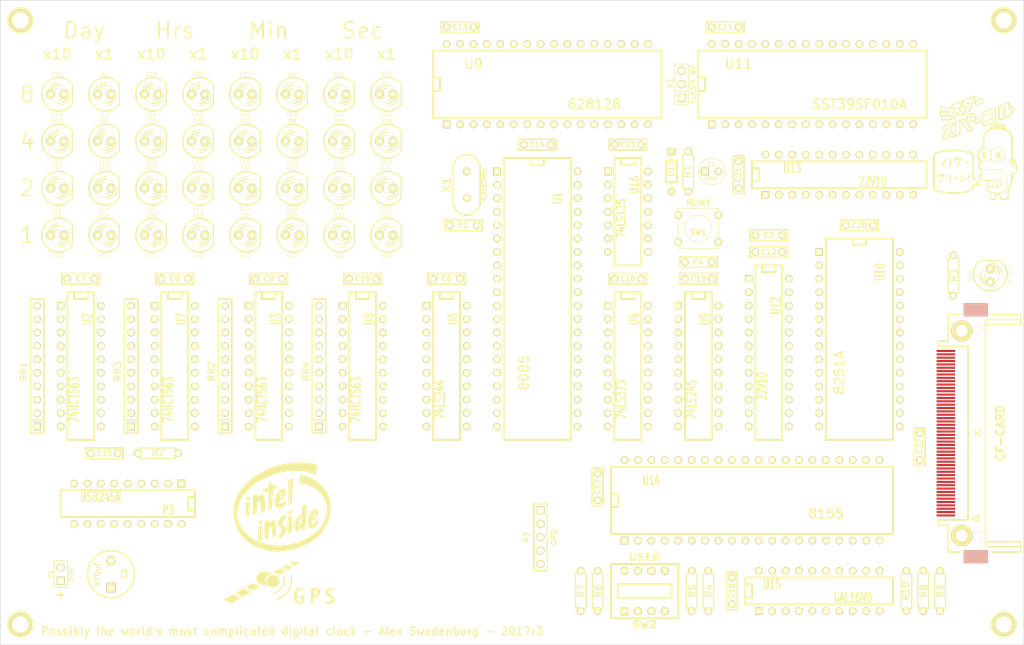
<source format=kicad_pcb>
(kicad_pcb (version 3) (host pcbnew "(2013-07-07 BZR 4022)-stable")
  (layers (15 F.Cu signal) (0 B.Cu signal) (18 B.Paste user) (19 F.Paste user) (20 B.SilkS user) (21 F.SilkS user) (22 B.Mask user) (23 F.Mask user) (28 Edge.Cuts user))
  (net 0 "")
  (net 1 /A0)
  (net 2 /A1)
  (net 3 /A10)
  (net 4 /A11)
  (net 5 /A12)
  (net 6 /A13)
  (net 7 /A14)
  (net 8 /A15)
  (net 9 /A2)
  (net 10 /A3)
  (net 11 /A4)
  (net 12 /A5)
  (net 13 /A6)
  (net 14 /A7)
  (net 15 /A8)
  (net 16 /A9)
  (net 17 /AD0)
  (net 18 /AD1)
  (net 19 /AD2)
  (net 20 /AD3)
  (net 21 /AD4)
  (net 22 /AD5)
  (net 23 /AD6)
  (net 24 /AD7)
  (net 25 /ALE)
  (net 26 /BAUD)
  (net 27 /BCLK)
  (net 28 /BRESET)
  (net 29 /CD0)
  (net 30 /CD1)
  (net 31 /CD2)
  (net 32 /CD3)
  (net 33 /CD4)
  (net 34 /CD5)
  (net 35 /CD6)
  (net 36 /CD7)
  (net 37 /CLK)
  (net 38 /D0)
  (net 39 /D1)
  (net 40 /D2)
  (net 41 /D3)
  (net 42 /D4)
  (net 43 /D5)
  (net 44 /D6)
  (net 45 /D7)
  (net 46 /DAY_LE)
  (net 47 /HRS_LE)
  (net 48 /IDE_A0)
  (net 49 /IDE_A1)
  (net 50 /IDE_A2)
  (net 51 /IDE_D0)
  (net 52 /IDE_D1)
  (net 53 /IDE_D10)
  (net 54 /IDE_D11)
  (net 55 /IDE_D12)
  (net 56 /IDE_D13)
  (net 57 /IDE_D14)
  (net 58 /IDE_D15)
  (net 59 /IDE_D2)
  (net 60 /IDE_D3)
  (net 61 /IDE_D4)
  (net 62 /IDE_D5)
  (net 63 /IDE_D6)
  (net 64 /IDE_D7)
  (net 65 /IDE_D8)
  (net 66 /IDE_D9)
  (net 67 /INT0)
  (net 68 /INT1)
  (net 69 /INT2)
  (net 70 /IO/~M)
  (net 71 /MEM_A14)
  (net 72 /MEM_A15)
  (net 73 /MEM_A16)
  (net 74 /MIN_LE)
  (net 75 /RESET)
  (net 76 /SEC_LE)
  (net 77 /~8155_CS)
  (net 78 /~BNKSEL)
  (net 79 /~BRD)
  (net 80 /~BWR)
  (net 81 /~IDE_CS0)
  (net 82 /~IDE_CS1)
  (net 83 /~IDE_DIOR)
  (net 84 /~IDE_DIOW)
  (net 85 /~IDE_RST)
  (net 86 /~RAM_CS)
  (net 87 /~RD)
  (net 88 /~ROM_CS)
  (net 89 /~UART_CS)
  (net 90 /~USB_RD)
  (net 91 /~USB_WR)
  (net 92 /~WR)
  (net 93 GND)
  (net 94 N-0000010)
  (net 95 N-00000100)
  (net 96 N-00000101)
  (net 97 N-00000102)
  (net 98 N-00000103)
  (net 99 N-00000104)
  (net 100 N-00000105)
  (net 101 N-00000106)
  (net 102 N-00000107)
  (net 103 N-00000108)
  (net 104 N-00000109)
  (net 105 N-0000011)
  (net 106 N-00000110)
  (net 107 N-00000111)
  (net 108 N-00000112)
  (net 109 N-00000113)
  (net 110 N-00000114)
  (net 111 N-00000115)
  (net 112 N-00000116)
  (net 113 N-00000117)
  (net 114 N-00000118)
  (net 115 N-00000119)
  (net 116 N-0000012)
  (net 117 N-00000120)
  (net 118 N-00000121)
  (net 119 N-0000013)
  (net 120 N-0000014)
  (net 121 N-00000141)
  (net 122 N-00000143)
  (net 123 N-00000145)
  (net 124 N-0000015)
  (net 125 N-00000158)
  (net 126 N-00000159)
  (net 127 N-0000016)
  (net 128 N-00000162)
  (net 129 N-00000163)
  (net 130 N-00000169)
  (net 131 N-0000017)
  (net 132 N-00000175)
  (net 133 N-00000176)
  (net 134 N-00000177)
  (net 135 N-00000178)
  (net 136 N-00000179)
  (net 137 N-0000018)
  (net 138 N-00000180)
  (net 139 N-0000019)
  (net 140 N-0000020)
  (net 141 N-0000021)
  (net 142 N-0000022)
  (net 143 N-0000023)
  (net 144 N-000003)
  (net 145 N-000004)
  (net 146 N-0000048)
  (net 147 N-0000057)
  (net 148 N-0000061)
  (net 149 N-0000062)
  (net 150 N-0000063)
  (net 151 N-0000064)
  (net 152 N-0000065)
  (net 153 N-0000066)
  (net 154 N-0000067)
  (net 155 N-0000068)
  (net 156 N-0000069)
  (net 157 N-0000070)
  (net 158 N-0000071)
  (net 159 N-0000072)
  (net 160 N-0000073)
  (net 161 N-000008)
  (net 162 N-0000086)
  (net 163 N-0000087)
  (net 164 N-0000088)
  (net 165 N-0000089)
  (net 166 N-000009)
  (net 167 N-0000090)
  (net 168 N-0000091)
  (net 169 N-0000092)
  (net 170 N-0000093)
  (net 171 N-0000094)
  (net 172 N-0000095)
  (net 173 N-0000096)
  (net 174 N-0000097)
  (net 175 N-0000098)
  (net 176 N-0000099)
  (net 177 VCC)
  (module 3M-N7E50-Short-NonInv (layer F.Cu) (at 233.045 106.68 90)
    (fp_text reference CON1 hide)
    (fp_text value CF-CARD (at 0 4.445 90) (layer F.SilkS) (effects (font (size 1.524 1.524) (thickness 0.381))))
    (pad 1 smd rect (at -15.5575 -5.8674 270) (size 0.4064 3.5052) (layers F.Cu F.Paste F.Mask) (net 93 GND))
    (pad 26 smd rect (at -14.9225 -5.8674 270) (size 0.4064 3.5052) (layers F.Cu F.Paste F.Mask))
    (pad 2 smd rect (at -14.2875 -5.8674 270) (size 0.4064 3.5052) (layers F.Cu F.Paste F.Mask) (net 60 /IDE_D3))
    (pad 27 smd rect (at -13.6525 -5.8674 270) (size 0.4064 3.5052) (layers F.Cu F.Paste F.Mask) (net 54 /IDE_D11))
    (pad 3 smd rect (at -13.0175 -5.8674 270) (size 0.4064 3.5052) (layers F.Cu F.Paste F.Mask) (net 61 /IDE_D4))
    (pad 28 smd rect (at -12.3825 -5.8674 270) (size 0.4064 3.5052) (layers F.Cu F.Paste F.Mask) (net 55 /IDE_D12))
    (pad 4 smd rect (at -11.7475 -5.8674 270) (size 0.4064 3.5052) (layers F.Cu F.Paste F.Mask) (net 62 /IDE_D5))
    (pad 29 smd rect (at -11.1125 -5.8674 270) (size 0.4064 3.5052) (layers F.Cu F.Paste F.Mask) (net 56 /IDE_D13))
    (pad 5 smd rect (at -10.4775 -5.8674 270) (size 0.4064 3.5052) (layers F.Cu F.Paste F.Mask) (net 63 /IDE_D6))
    (pad 30 smd rect (at -9.8425 -5.8674 270) (size 0.4064 3.5052) (layers F.Cu F.Paste F.Mask) (net 57 /IDE_D14))
    (pad 6 smd rect (at -9.2075 -5.8674 270) (size 0.4064 3.5052) (layers F.Cu F.Paste F.Mask) (net 64 /IDE_D7))
    (pad 31 smd rect (at -8.5725 -5.8674 270) (size 0.4064 3.5052) (layers F.Cu F.Paste F.Mask) (net 58 /IDE_D15))
    (pad 7 smd rect (at -7.9375 -5.8674 270) (size 0.4064 3.5052) (layers F.Cu F.Paste F.Mask) (net 81 /~IDE_CS0))
    (pad 32 smd rect (at -7.3025 -5.8674 270) (size 0.4064 3.5052) (layers F.Cu F.Paste F.Mask) (net 82 /~IDE_CS1))
    (pad 8 smd rect (at -6.6675 -5.8674 270) (size 0.4064 3.5052) (layers F.Cu F.Paste F.Mask) (net 93 GND))
    (pad 33 smd rect (at -6.0325 -5.8674 270) (size 0.4064 3.5052) (layers F.Cu F.Paste F.Mask))
    (pad 9 smd rect (at -5.3975 -5.8674 270) (size 0.4064 3.5052) (layers F.Cu F.Paste F.Mask) (net 93 GND))
    (pad 34 smd rect (at -4.7625 -5.8674 270) (size 0.4064 3.5052) (layers F.Cu F.Paste F.Mask) (net 83 /~IDE_DIOR))
    (pad 10 smd rect (at -4.1275 -5.8674 270) (size 0.4064 3.5052) (layers F.Cu F.Paste F.Mask) (net 93 GND))
    (pad 35 smd rect (at -3.4925 -5.8674 270) (size 0.4064 3.5052) (layers F.Cu F.Paste F.Mask) (net 84 /~IDE_DIOW))
    (pad 11 smd rect (at -2.8575 -5.8674 270) (size 0.4064 3.5052) (layers F.Cu F.Paste F.Mask) (net 93 GND))
    (pad 36 smd rect (at -2.2225 -5.8674 270) (size 0.4064 3.5052) (layers F.Cu F.Paste F.Mask) (net 121 N-00000141))
    (pad 12 smd rect (at -1.5875 -5.8674 270) (size 0.4064 3.5052) (layers F.Cu F.Paste F.Mask) (net 93 GND))
    (pad 37 smd rect (at -0.9525 -5.8674 270) (size 0.4064 3.5052) (layers F.Cu F.Paste F.Mask) (net 69 /INT2))
    (pad 13 smd rect (at -0.3175 -5.8674 270) (size 0.4064 3.5052) (layers F.Cu F.Paste F.Mask) (net 177 VCC))
    (pad 38 smd rect (at 0.3175 -5.8674 270) (size 0.4064 3.5052) (layers F.Cu F.Paste F.Mask) (net 177 VCC))
    (pad 14 smd rect (at 0.9525 -5.8674 270) (size 0.4064 3.5052) (layers F.Cu F.Paste F.Mask) (net 93 GND))
    (pad 39 smd rect (at 1.5875 -5.8674 270) (size 0.4064 3.5052) (layers F.Cu F.Paste F.Mask) (net 93 GND))
    (pad 15 smd rect (at 2.2225 -5.8674 270) (size 0.4064 3.5052) (layers F.Cu F.Paste F.Mask) (net 93 GND))
    (pad 40 smd rect (at 2.8575 -5.8674 270) (size 0.4064 3.5052) (layers F.Cu F.Paste F.Mask))
    (pad 16 smd rect (at 3.4925 -5.8674 270) (size 0.4064 3.5052) (layers F.Cu F.Paste F.Mask) (net 93 GND))
    (pad 41 smd rect (at 4.1275 -5.8674 270) (size 0.4064 3.5052) (layers F.Cu F.Paste F.Mask) (net 85 /~IDE_RST))
    (pad 17 smd rect (at 4.7625 -5.8674 270) (size 0.4064 3.5052) (layers F.Cu F.Paste F.Mask) (net 93 GND))
    (pad 42 smd rect (at 5.3975 -5.8674 270) (size 0.4064 3.5052) (layers F.Cu F.Paste F.Mask))
    (pad 18 smd rect (at 6.0325 -5.8674 270) (size 0.4064 3.5052) (layers F.Cu F.Paste F.Mask) (net 50 /IDE_A2))
    (pad 43 smd rect (at 6.6675 -5.8674 270) (size 0.4064 3.5052) (layers F.Cu F.Paste F.Mask))
    (pad 19 smd rect (at 7.3025 -5.8674 270) (size 0.4064 3.5052) (layers F.Cu F.Paste F.Mask) (net 49 /IDE_A1))
    (pad 44 smd rect (at 7.9375 -5.8674 270) (size 0.4064 3.5052) (layers F.Cu F.Paste F.Mask) (net 123 N-00000145))
    (pad 20 smd rect (at 8.5725 -5.8674 270) (size 0.4064 3.5052) (layers F.Cu F.Paste F.Mask) (net 48 /IDE_A0))
    (pad 45 smd rect (at 9.2075 -5.8674 270) (size 0.4064 3.5052) (layers F.Cu F.Paste F.Mask) (net 122 N-00000143))
    (pad 21 smd rect (at 9.8425 -5.8674 270) (size 0.4064 3.5052) (layers F.Cu F.Paste F.Mask) (net 51 /IDE_D0))
    (pad 46 smd rect (at 10.4775 -5.8674 270) (size 0.4064 3.5052) (layers F.Cu F.Paste F.Mask) (net 125 N-00000158))
    (pad 22 smd rect (at 11.1125 -5.8674 270) (size 0.4064 3.5052) (layers F.Cu F.Paste F.Mask) (net 52 /IDE_D1))
    (pad 47 smd rect (at 11.7475 -5.8674 270) (size 0.4064 3.5052) (layers F.Cu F.Paste F.Mask) (net 65 /IDE_D8))
    (pad 23 smd rect (at 12.3825 -5.8674 270) (size 0.4064 3.5052) (layers F.Cu F.Paste F.Mask) (net 59 /IDE_D2))
    (pad 48 smd rect (at 13.0175 -5.8674 270) (size 0.4064 3.5052) (layers F.Cu F.Paste F.Mask) (net 66 /IDE_D9))
    (pad 24 smd rect (at 13.6525 -5.8674 270) (size 0.4064 3.5052) (layers F.Cu F.Paste F.Mask))
    (pad 49 smd rect (at 14.2875 -5.8674 270) (size 0.4064 3.5052) (layers F.Cu F.Paste F.Mask) (net 53 /IDE_D10))
    (pad 25 smd rect (at 14.9225 -5.8674 270) (size 0.4064 3.5052) (layers F.Cu F.Paste F.Mask))
    (pad 50 smd rect (at 15.5575 -5.8674 270) (size 0.4064 3.5052) (layers F.Cu F.Paste F.Mask) (net 93 GND))
    (pad "" thru_hole circle (at -19.3675 -2.8702 90) (size 3.9878 3.9878) (drill 2.2098) (layers *.Cu *.Mask F.SilkS))
    (pad "" thru_hole circle (at 19.3675 -2.8702 90) (size 3.9878 3.9878) (drill 2.2098) (layers *.Cu *.Mask F.SilkS))
    (pad "" thru_hole circle (at -19.3675 0.127 90) (size 1.7018 1.7018) (drill 1.7018) (layers *.Cu *.Mask F.SilkS))
    (pad "" thru_hole circle (at 19.3675 0.127 90) (size 1.7018 1.7018) (drill 1.7018) (layers *.Cu *.Mask F.SilkS))
    (pad "" smd rect (at 23.3426 -0.2032 90) (size 2.4892 4.572) (layers F.Cu F.Paste B.SilkS F.Mask))
    (pad "" smd rect (at -23.3426 -0.2032 90) (size 2.4892 4.572) (layers F.Cu F.Paste B.SilkS F.Mask))
  )
  (module SWDIP4 (layer F.Cu) (at 170.18 136.525)
    (fp_text reference SW2 (at 0 6.35) (layer F.SilkS) (effects (font (size 1.27 1.524) (thickness 0.3048))))
    (fp_text value USER (at 0 -6.35) (layer F.SilkS) (effects (font (size 1.27 1.524) (thickness 0.3048))))
    (pad 1 thru_hole rect (at -3.81 3.81) (size 1.524 1.524) (drill 0.8128) (layers *.Cu *.Mask F.SilkS) (net 93 GND))
    (pad 2 thru_hole circle (at -1.27 3.81) (size 1.524 1.524) (drill 0.8128) (layers *.Cu *.Mask F.SilkS) (net 93 GND))
    (pad 3 thru_hole circle (at 1.27 3.81) (size 1.524 1.524) (drill 0.8128) (layers *.Cu *.Mask F.SilkS) (net 93 GND))
    (pad 4 thru_hole circle (at 3.81 3.81) (size 1.524 1.524) (drill 0.8128) (layers *.Cu *.Mask F.SilkS) (net 93 GND))
    (pad 5 thru_hole circle (at 3.81 -3.81) (size 1.524 1.524) (drill 0.8128) (layers *.Cu *.Mask F.SilkS) (net 138 N-00000180))
    (pad 6 thru_hole circle (at 1.27 -3.81) (size 1.524 1.524) (drill 0.8128) (layers *.Cu *.Mask F.SilkS) (net 136 N-00000179))
    (pad 7 thru_hole circle (at -1.27 -3.81) (size 1.524 1.524) (drill 0.8128) (layers *.Cu *.Mask F.SilkS) (net 135 N-00000178))
    (pad 8 thru_hole circle (at -3.81 -3.81) (size 1.524 1.524) (drill 0.8128) (layers *.Cu *.Mask F.SilkS) (net 132 N-00000175))
  )
  (module SW_PUSH_SMALL (layer F.Cu) (at 180.34 67.945 180)
    (fp_text reference SW1 (at 0 -0.762 180) (layer F.SilkS) (effects (font (size 1.016 1.016) (thickness 0.2032))))
    (fp_text value RESET (at 0 4.826 180) (layer F.SilkS) (effects (font (size 1.016 1.016) (thickness 0.2032))))
    (pad 1 thru_hole circle (at 3.81 -2.54 180) (size 1.397 1.397) (drill 0.8128) (layers *.Cu *.Mask F.SilkS) (net 93 GND))
    (pad 2 thru_hole circle (at 3.81 2.54 180) (size 1.397 1.397) (drill 0.8128) (layers *.Cu *.Mask F.SilkS) (net 126 N-00000159))
    (pad 1 thru_hole circle (at -3.81 -2.54 180) (size 1.397 1.397) (drill 0.8128) (layers *.Cu *.Mask F.SilkS) (net 93 GND))
    (pad 2 thru_hole circle (at -3.81 2.54 180) (size 1.397 1.397) (drill 0.8128) (layers *.Cu *.Mask F.SilkS) (net 126 N-00000159))
  )
  (module r_pack9 (layer F.Cu) (at 55.245 93.98 90)
    (fp_text reference RR1 (at -1.016 -2.54 90) (layer F.SilkS) (effects (font (size 1.27 1.27) (thickness 0.2032))))
    (fp_text value 470 hide)
    (pad 1 thru_hole rect (at -11.43 0 90) (size 1.397 1.397) (drill 0.8128) (layers *.Cu *.Mask F.SilkS) (net 177 VCC))
    (pad 2 thru_hole circle (at -8.89 0 90) (size 1.397 1.397) (drill 0.8128) (layers *.Cu *.Mask F.SilkS) (net 113 N-00000117))
    (pad 3 thru_hole circle (at -6.35 0 90) (size 1.397 1.397) (drill 0.8128) (layers *.Cu *.Mask F.SilkS) (net 112 N-00000116))
    (pad 4 thru_hole circle (at -3.81 0 90) (size 1.397 1.397) (drill 0.8128) (layers *.Cu *.Mask F.SilkS) (net 171 N-0000094))
    (pad 5 thru_hole circle (at -1.27 0 90) (size 1.397 1.397) (drill 0.8128) (layers *.Cu *.Mask F.SilkS) (net 170 N-0000093))
    (pad 6 thru_hole circle (at 1.27 0 90) (size 1.397 1.397) (drill 0.8128) (layers *.Cu *.Mask F.SilkS) (net 164 N-0000088))
    (pad 7 thru_hole circle (at 3.81 0 90) (size 1.397 1.397) (drill 0.8128) (layers *.Cu *.Mask F.SilkS) (net 165 N-0000089))
    (pad 8 thru_hole circle (at 6.35 0 90) (size 1.397 1.397) (drill 0.8128) (layers *.Cu *.Mask F.SilkS) (net 168 N-0000091))
    (pad 9 thru_hole circle (at 8.89 0 90) (size 1.397 1.397) (drill 0.8128) (layers *.Cu *.Mask F.SilkS) (net 169 N-0000092))
    (pad 10 thru_hole circle (at 11.43 0 90) (size 1.397 1.397) (drill 0.8128) (layers *.Cu *.Mask F.SilkS))
  )
  (module r_pack9 (layer F.Cu) (at 90.805 93.98 90)
    (fp_text reference RR2 (at -1.016 -2.54 90) (layer F.SilkS) (effects (font (size 1.27 1.27) (thickness 0.2032))))
    (fp_text value 470 hide)
    (pad 1 thru_hole rect (at -11.43 0 90) (size 1.397 1.397) (drill 0.8128) (layers *.Cu *.Mask F.SilkS) (net 177 VCC))
    (pad 2 thru_hole circle (at -8.89 0 90) (size 1.397 1.397) (drill 0.8128) (layers *.Cu *.Mask F.SilkS) (net 118 N-00000121))
    (pad 3 thru_hole circle (at -6.35 0 90) (size 1.397 1.397) (drill 0.8128) (layers *.Cu *.Mask F.SilkS) (net 117 N-00000120))
    (pad 4 thru_hole circle (at -3.81 0 90) (size 1.397 1.397) (drill 0.8128) (layers *.Cu *.Mask F.SilkS) (net 115 N-00000119))
    (pad 5 thru_hole circle (at -1.27 0 90) (size 1.397 1.397) (drill 0.8128) (layers *.Cu *.Mask F.SilkS) (net 114 N-00000118))
    (pad 6 thru_hole circle (at 1.27 0 90) (size 1.397 1.397) (drill 0.8128) (layers *.Cu *.Mask F.SilkS) (net 104 N-00000109))
    (pad 7 thru_hole circle (at 3.81 0 90) (size 1.397 1.397) (drill 0.8128) (layers *.Cu *.Mask F.SilkS) (net 106 N-00000110))
    (pad 8 thru_hole circle (at 6.35 0 90) (size 1.397 1.397) (drill 0.8128) (layers *.Cu *.Mask F.SilkS) (net 107 N-00000111))
    (pad 9 thru_hole circle (at 8.89 0 90) (size 1.397 1.397) (drill 0.8128) (layers *.Cu *.Mask F.SilkS) (net 108 N-00000112))
    (pad 10 thru_hole circle (at 11.43 0 90) (size 1.397 1.397) (drill 0.8128) (layers *.Cu *.Mask F.SilkS))
  )
  (module r_pack9 (layer F.Cu) (at 73.025 93.98 90)
    (fp_text reference RR3 (at -1.016 -2.54 90) (layer F.SilkS) (effects (font (size 1.27 1.27) (thickness 0.2032))))
    (fp_text value 470 hide)
    (pad 1 thru_hole rect (at -11.43 0 90) (size 1.397 1.397) (drill 0.8128) (layers *.Cu *.Mask F.SilkS) (net 177 VCC))
    (pad 2 thru_hole circle (at -8.89 0 90) (size 1.397 1.397) (drill 0.8128) (layers *.Cu *.Mask F.SilkS) (net 154 N-0000067))
    (pad 3 thru_hole circle (at -6.35 0 90) (size 1.397 1.397) (drill 0.8128) (layers *.Cu *.Mask F.SilkS) (net 111 N-00000115))
    (pad 4 thru_hole circle (at -3.81 0 90) (size 1.397 1.397) (drill 0.8128) (layers *.Cu *.Mask F.SilkS) (net 110 N-00000114))
    (pad 5 thru_hole circle (at -1.27 0 90) (size 1.397 1.397) (drill 0.8128) (layers *.Cu *.Mask F.SilkS) (net 109 N-00000113))
    (pad 6 thru_hole circle (at 1.27 0 90) (size 1.397 1.397) (drill 0.8128) (layers *.Cu *.Mask F.SilkS) (net 155 N-0000068))
    (pad 7 thru_hole circle (at 3.81 0 90) (size 1.397 1.397) (drill 0.8128) (layers *.Cu *.Mask F.SilkS) (net 156 N-0000069))
    (pad 8 thru_hole circle (at 6.35 0 90) (size 1.397 1.397) (drill 0.8128) (layers *.Cu *.Mask F.SilkS) (net 157 N-0000070))
    (pad 9 thru_hole circle (at 8.89 0 90) (size 1.397 1.397) (drill 0.8128) (layers *.Cu *.Mask F.SilkS) (net 158 N-0000071))
    (pad 10 thru_hole circle (at 11.43 0 90) (size 1.397 1.397) (drill 0.8128) (layers *.Cu *.Mask F.SilkS))
  )
  (module r_pack9 (layer F.Cu) (at 108.585 93.98 90)
    (fp_text reference RR4 (at -1.016 -2.54 90) (layer F.SilkS) (effects (font (size 1.27 1.27) (thickness 0.2032))))
    (fp_text value 470 hide)
    (pad 1 thru_hole rect (at -11.43 0 90) (size 1.397 1.397) (drill 0.8128) (layers *.Cu *.Mask F.SilkS) (net 177 VCC))
    (pad 2 thru_hole circle (at -8.89 0 90) (size 1.397 1.397) (drill 0.8128) (layers *.Cu *.Mask F.SilkS) (net 149 N-0000062))
    (pad 3 thru_hole circle (at -6.35 0 90) (size 1.397 1.397) (drill 0.8128) (layers *.Cu *.Mask F.SilkS) (net 148 N-0000061))
    (pad 4 thru_hole circle (at -3.81 0 90) (size 1.397 1.397) (drill 0.8128) (layers *.Cu *.Mask F.SilkS) (net 160 N-0000073))
    (pad 5 thru_hole circle (at -1.27 0 90) (size 1.397 1.397) (drill 0.8128) (layers *.Cu *.Mask F.SilkS) (net 159 N-0000072))
    (pad 6 thru_hole circle (at 1.27 0 90) (size 1.397 1.397) (drill 0.8128) (layers *.Cu *.Mask F.SilkS) (net 150 N-0000063))
    (pad 7 thru_hole circle (at 3.81 0 90) (size 1.397 1.397) (drill 0.8128) (layers *.Cu *.Mask F.SilkS) (net 151 N-0000064))
    (pad 8 thru_hole circle (at 6.35 0 90) (size 1.397 1.397) (drill 0.8128) (layers *.Cu *.Mask F.SilkS) (net 152 N-0000065))
    (pad 9 thru_hole circle (at 8.89 0 90) (size 1.397 1.397) (drill 0.8128) (layers *.Cu *.Mask F.SilkS) (net 153 N-0000066))
    (pad 10 thru_hole circle (at 11.43 0 90) (size 1.397 1.397) (drill 0.8128) (layers *.Cu *.Mask F.SilkS))
  )
  (module R3 (layer F.Cu) (at 179.07 136.525 90)
    (fp_text reference R5 (at 0 0.127 90) (layer F.SilkS) (effects (font (size 1.397 1.27) (thickness 0.2032))))
    (fp_text value 4.7k hide)
    (pad 1 thru_hole circle (at -3.81 0 90) (size 1.397 1.397) (drill 0.8128) (layers *.Cu *.Mask F.SilkS) (net 177 VCC))
    (pad 2 thru_hole circle (at 3.81 0 90) (size 1.397 1.397) (drill 0.8128) (layers *.Cu *.Mask F.SilkS) (net 136 N-00000179))
  )
  (module R3 (layer F.Cu) (at 178.435 57.15 270)
    (fp_text reference R1 (at 0 0.127 270) (layer F.SilkS) (effects (font (size 1.397 1.27) (thickness 0.2032))))
    (fp_text value 100k hide)
    (pad 1 thru_hole circle (at -3.81 0 270) (size 1.397 1.397) (drill 0.8128) (layers *.Cu *.Mask F.SilkS) (net 177 VCC))
    (pad 2 thru_hole circle (at 3.81 0 270) (size 1.397 1.397) (drill 0.8128) (layers *.Cu *.Mask F.SilkS) (net 126 N-00000159))
  )
  (module R3 (layer F.Cu) (at 182.245 136.525 90)
    (fp_text reference R4 (at 0 0.127 90) (layer F.SilkS) (effects (font (size 1.397 1.27) (thickness 0.2032))))
    (fp_text value 4.7k hide)
    (pad 1 thru_hole circle (at -3.81 0 90) (size 1.397 1.397) (drill 0.8128) (layers *.Cu *.Mask F.SilkS) (net 177 VCC))
    (pad 2 thru_hole circle (at 3.81 0 90) (size 1.397 1.397) (drill 0.8128) (layers *.Cu *.Mask F.SilkS) (net 138 N-00000180))
  )
  (module R3 (layer F.Cu) (at 161.29 136.525 90)
    (fp_text reference R6 (at 0 0.127 90) (layer F.SilkS) (effects (font (size 1.397 1.27) (thickness 0.2032))))
    (fp_text value 4.7k hide)
    (pad 1 thru_hole circle (at -3.81 0 90) (size 1.397 1.397) (drill 0.8128) (layers *.Cu *.Mask F.SilkS) (net 177 VCC))
    (pad 2 thru_hole circle (at 3.81 0 90) (size 1.397 1.397) (drill 0.8128) (layers *.Cu *.Mask F.SilkS) (net 135 N-00000178))
  )
  (module R3 (layer F.Cu) (at 158.115 136.525 90)
    (fp_text reference R7 (at 0 0.127 90) (layer F.SilkS) (effects (font (size 1.397 1.27) (thickness 0.2032))))
    (fp_text value 4.7k hide)
    (pad 1 thru_hole circle (at -3.81 0 90) (size 1.397 1.397) (drill 0.8128) (layers *.Cu *.Mask F.SilkS) (net 177 VCC))
    (pad 2 thru_hole circle (at 3.81 0 90) (size 1.397 1.397) (drill 0.8128) (layers *.Cu *.Mask F.SilkS) (net 132 N-00000175))
  )
  (module R3 (layer F.Cu) (at 78.105 110.49 180)
    (fp_text reference R2 (at 0 0.127 180) (layer F.SilkS) (effects (font (size 1.397 1.27) (thickness 0.2032))))
    (fp_text value 10k hide)
    (pad 1 thru_hole circle (at -3.81 0 180) (size 1.397 1.397) (drill 0.8128) (layers *.Cu *.Mask F.SilkS) (net 177 VCC))
    (pad 2 thru_hole circle (at 3.81 0 180) (size 1.397 1.397) (drill 0.8128) (layers *.Cu *.Mask F.SilkS) (net 161 N-000008))
  )
  (module R3 (layer F.Cu) (at 228.6 76.835 90)
    (fp_text reference R3 (at 0 0.127 90) (layer F.SilkS) (effects (font (size 1.397 1.27) (thickness 0.2032))))
    (fp_text value 470 hide)
    (pad 1 thru_hole circle (at -3.81 0 90) (size 1.397 1.397) (drill 0.8128) (layers *.Cu *.Mask F.SilkS) (net 122 N-00000143))
    (pad 2 thru_hole circle (at 3.81 0 90) (size 1.397 1.397) (drill 0.8128) (layers *.Cu *.Mask F.SilkS) (net 162 N-0000086))
  )
  (module PIN_ARRAY_5x1 (layer F.Cu) (at 150.495 126.365 270)
    (fp_text reference P2 (at 0 2.54 270) (layer F.SilkS) (effects (font (size 1.016 1.016) (thickness 0.2032))))
    (fp_text value GPS (at 0 -2.54 270) (layer F.SilkS) (effects (font (size 1.016 1.016) (thickness 0.2032))))
    (pad 1 thru_hole rect (at -5.08 0 270) (size 1.524 1.524) (drill 1.016) (layers *.Cu *.Mask F.SilkS) (net 177 VCC))
    (pad 2 thru_hole circle (at -2.54 0 270) (size 1.524 1.524) (drill 1.016) (layers *.Cu *.Mask F.SilkS) (net 93 GND))
    (pad 3 thru_hole circle (at 0 0 270) (size 1.524 1.524) (drill 1.016) (layers *.Cu *.Mask F.SilkS) (net 144 N-000003))
    (pad 4 thru_hole circle (at 2.54 0 270) (size 1.524 1.524) (drill 1.016) (layers *.Cu *.Mask F.SilkS) (net 145 N-000004))
    (pad 5 thru_hole circle (at 5.08 0 270) (size 1.524 1.524) (drill 1.016) (layers *.Cu *.Mask F.SilkS) (net 67 /INT0))
  )
  (module PIN_ARRAY_3X1 (layer F.Cu) (at 177.165 40.64 90)
    (fp_text reference K1 (at 0.254 -2.159 90) (layer F.SilkS) (effects (font (size 1.016 1.016) (thickness 0.1524))))
    (fp_text value "FLASH WP" (at 0 2.159 90) (layer F.SilkS) (effects (font (size 1.016 1.016) (thickness 0.1524))))
    (pad 1 thru_hole rect (at -2.54 0 90) (size 1.524 1.524) (drill 1.016) (layers *.Cu *.Mask F.SilkS) (net 80 /~BWR))
    (pad 2 thru_hole circle (at 0 0 90) (size 1.524 1.524) (drill 1.016) (layers *.Cu *.Mask F.SilkS) (net 146 N-0000048))
    (pad 3 thru_hole circle (at 2.54 0 90) (size 1.524 1.524) (drill 1.016) (layers *.Cu *.Mask F.SilkS) (net 177 VCC))
  )
  (module LED-5MM (layer F.Cu) (at 85.725 42.545)
    (fp_text reference D30 (at 0 -3.81) (layer F.SilkS) (effects (font (size 0.762 0.762) (thickness 0.0889))))
    (fp_text value LED (at 0 3.81) (layer F.SilkS) (effects (font (size 0.762 0.762) (thickness 0.0889))))
    (pad 1 thru_hole circle (at -1.27 0) (size 1.6764 1.6764) (drill 0.8128) (layers *.Cu *.Mask F.SilkS) (net 109 N-00000113))
    (pad 2 thru_hole circle (at 1.27 0) (size 1.6764 1.6764) (drill 0.8128) (layers *.Cu *.Mask F.SilkS) (net 176 N-0000099))
  )
  (module LED-5MM (layer F.Cu) (at 76.835 42.545)
    (fp_text reference D19 (at 0 -3.81) (layer F.SilkS) (effects (font (size 0.762 0.762) (thickness 0.0889))))
    (fp_text value LED (at 0 3.81) (layer F.SilkS) (effects (font (size 0.762 0.762) (thickness 0.0889))))
    (pad 1 thru_hole circle (at -1.27 0) (size 1.6764 1.6764) (drill 0.8128) (layers *.Cu *.Mask F.SilkS) (net 158 N-0000071))
    (pad 2 thru_hole circle (at 1.27 0) (size 1.6764 1.6764) (drill 0.8128) (layers *.Cu *.Mask F.SilkS) (net 95 N-00000100))
  )
  (module LED-5MM (layer F.Cu) (at 76.835 60.325)
    (fp_text reference D27 (at 0 -3.81) (layer F.SilkS) (effects (font (size 0.762 0.762) (thickness 0.0889))))
    (fp_text value LED (at 0 3.81) (layer F.SilkS) (effects (font (size 0.762 0.762) (thickness 0.0889))))
    (pad 1 thru_hole circle (at -1.27 0) (size 1.6764 1.6764) (drill 0.8128) (layers *.Cu *.Mask F.SilkS) (net 156 N-0000069))
    (pad 2 thru_hole circle (at 1.27 0) (size 1.6764 1.6764) (drill 0.8128) (layers *.Cu *.Mask F.SilkS) (net 97 N-00000102))
  )
  (module LED-5MM (layer F.Cu) (at 76.835 51.435)
    (fp_text reference D23 (at 0 -3.81) (layer F.SilkS) (effects (font (size 0.762 0.762) (thickness 0.0889))))
    (fp_text value LED (at 0 3.81) (layer F.SilkS) (effects (font (size 0.762 0.762) (thickness 0.0889))))
    (pad 1 thru_hole circle (at -1.27 0) (size 1.6764 1.6764) (drill 0.8128) (layers *.Cu *.Mask F.SilkS) (net 157 N-0000070))
    (pad 2 thru_hole circle (at 1.27 0) (size 1.6764 1.6764) (drill 0.8128) (layers *.Cu *.Mask F.SilkS) (net 96 N-00000101))
  )
  (module LED-5MM (layer F.Cu) (at 94.615 69.215)
    (fp_text reference D5 (at 0 -3.81) (layer F.SilkS) (effects (font (size 0.762 0.762) (thickness 0.0889))))
    (fp_text value LED (at 0 3.81) (layer F.SilkS) (effects (font (size 0.762 0.762) (thickness 0.0889))))
    (pad 1 thru_hole circle (at -1.27 0) (size 1.6764 1.6764) (drill 0.8128) (layers *.Cu *.Mask F.SilkS) (net 104 N-00000109))
    (pad 2 thru_hole circle (at 1.27 0) (size 1.6764 1.6764) (drill 0.8128) (layers *.Cu *.Mask F.SilkS) (net 147 N-0000057))
  )
  (module LED-5MM (layer F.Cu) (at 85.725 51.435)
    (fp_text reference D26 (at 0 -3.81) (layer F.SilkS) (effects (font (size 0.762 0.762) (thickness 0.0889))))
    (fp_text value LED (at 0 3.81) (layer F.SilkS) (effects (font (size 0.762 0.762) (thickness 0.0889))))
    (pad 1 thru_hole circle (at -1.27 0) (size 1.6764 1.6764) (drill 0.8128) (layers *.Cu *.Mask F.SilkS) (net 110 N-00000114))
    (pad 2 thru_hole circle (at 1.27 0) (size 1.6764 1.6764) (drill 0.8128) (layers *.Cu *.Mask F.SilkS) (net 175 N-0000098))
  )
  (module LED-5MM (layer F.Cu) (at 85.725 60.325)
    (fp_text reference D22 (at 0 -3.81) (layer F.SilkS) (effects (font (size 0.762 0.762) (thickness 0.0889))))
    (fp_text value LED (at 0 3.81) (layer F.SilkS) (effects (font (size 0.762 0.762) (thickness 0.0889))))
    (pad 1 thru_hole circle (at -1.27 0) (size 1.6764 1.6764) (drill 0.8128) (layers *.Cu *.Mask F.SilkS) (net 111 N-00000115))
    (pad 2 thru_hole circle (at 1.27 0) (size 1.6764 1.6764) (drill 0.8128) (layers *.Cu *.Mask F.SilkS) (net 174 N-0000097))
  )
  (module LED-5MM (layer F.Cu) (at 85.725 69.215)
    (fp_text reference D18 (at 0 -3.81) (layer F.SilkS) (effects (font (size 0.762 0.762) (thickness 0.0889))))
    (fp_text value LED (at 0 3.81) (layer F.SilkS) (effects (font (size 0.762 0.762) (thickness 0.0889))))
    (pad 1 thru_hole circle (at -1.27 0) (size 1.6764 1.6764) (drill 0.8128) (layers *.Cu *.Mask F.SilkS) (net 154 N-0000067))
    (pad 2 thru_hole circle (at 1.27 0) (size 1.6764 1.6764) (drill 0.8128) (layers *.Cu *.Mask F.SilkS) (net 173 N-0000096))
  )
  (module LED-5MM (layer F.Cu) (at 121.285 51.435)
    (fp_text reference D28 (at 0 -3.81) (layer F.SilkS) (effects (font (size 0.762 0.762) (thickness 0.0889))))
    (fp_text value LED (at 0 3.81) (layer F.SilkS) (effects (font (size 0.762 0.762) (thickness 0.0889))))
    (pad 1 thru_hole circle (at -1.27 0) (size 1.6764 1.6764) (drill 0.8128) (layers *.Cu *.Mask F.SilkS) (net 160 N-0000073))
    (pad 2 thru_hole circle (at 1.27 0) (size 1.6764 1.6764) (drill 0.8128) (layers *.Cu *.Mask F.SilkS) (net 100 N-00000105))
  )
  (module LED-5MM (layer F.Cu) (at 76.835 69.215)
    (fp_text reference D31 (at 0 -3.81) (layer F.SilkS) (effects (font (size 0.762 0.762) (thickness 0.0889))))
    (fp_text value LED (at 0 3.81) (layer F.SilkS) (effects (font (size 0.762 0.762) (thickness 0.0889))))
    (pad 1 thru_hole circle (at -1.27 0) (size 1.6764 1.6764) (drill 0.8128) (layers *.Cu *.Mask F.SilkS) (net 155 N-0000068))
    (pad 2 thru_hole circle (at 1.27 0) (size 1.6764 1.6764) (drill 0.8128) (layers *.Cu *.Mask F.SilkS) (net 172 N-0000095))
  )
  (module LED-5MM (layer F.Cu) (at 121.285 69.215)
    (fp_text reference D20 (at 0 -3.81) (layer F.SilkS) (effects (font (size 0.762 0.762) (thickness 0.0889))))
    (fp_text value LED (at 0 3.81) (layer F.SilkS) (effects (font (size 0.762 0.762) (thickness 0.0889))))
    (pad 1 thru_hole circle (at -1.27 0) (size 1.6764 1.6764) (drill 0.8128) (layers *.Cu *.Mask F.SilkS) (net 149 N-0000062))
    (pad 2 thru_hole circle (at 1.27 0) (size 1.6764 1.6764) (drill 0.8128) (layers *.Cu *.Mask F.SilkS) (net 98 N-00000103))
  )
  (module LED-5MM (layer F.Cu) (at 121.285 60.325)
    (fp_text reference D24 (at 0 -3.81) (layer F.SilkS) (effects (font (size 0.762 0.762) (thickness 0.0889))))
    (fp_text value LED (at 0 3.81) (layer F.SilkS) (effects (font (size 0.762 0.762) (thickness 0.0889))))
    (pad 1 thru_hole circle (at -1.27 0) (size 1.6764 1.6764) (drill 0.8128) (layers *.Cu *.Mask F.SilkS) (net 148 N-0000061))
    (pad 2 thru_hole circle (at 1.27 0) (size 1.6764 1.6764) (drill 0.8128) (layers *.Cu *.Mask F.SilkS) (net 99 N-00000104))
  )
  (module LED-5MM (layer F.Cu) (at 121.285 42.545)
    (fp_text reference D32 (at 0 -3.81) (layer F.SilkS) (effects (font (size 0.762 0.762) (thickness 0.0889))))
    (fp_text value LED (at 0 3.81) (layer F.SilkS) (effects (font (size 0.762 0.762) (thickness 0.0889))))
    (pad 1 thru_hole circle (at -1.27 0) (size 1.6764 1.6764) (drill 0.8128) (layers *.Cu *.Mask F.SilkS) (net 159 N-0000072))
    (pad 2 thru_hole circle (at 1.27 0) (size 1.6764 1.6764) (drill 0.8128) (layers *.Cu *.Mask F.SilkS) (net 101 N-00000106))
  )
  (module LED-5MM (layer F.Cu) (at 112.395 42.545)
    (fp_text reference D21 (at 0 -3.81) (layer F.SilkS) (effects (font (size 0.762 0.762) (thickness 0.0889))))
    (fp_text value LED (at 0 3.81) (layer F.SilkS) (effects (font (size 0.762 0.762) (thickness 0.0889))))
    (pad 1 thru_hole circle (at -1.27 0) (size 1.6764 1.6764) (drill 0.8128) (layers *.Cu *.Mask F.SilkS) (net 153 N-0000066))
    (pad 2 thru_hole circle (at 1.27 0) (size 1.6764 1.6764) (drill 0.8128) (layers *.Cu *.Mask F.SilkS) (net 102 N-00000107))
  )
  (module LED-5MM (layer F.Cu) (at 112.395 51.435)
    (fp_text reference D25 (at 0 -3.81) (layer F.SilkS) (effects (font (size 0.762 0.762) (thickness 0.0889))))
    (fp_text value LED (at 0 3.81) (layer F.SilkS) (effects (font (size 0.762 0.762) (thickness 0.0889))))
    (pad 1 thru_hole circle (at -1.27 0) (size 1.6764 1.6764) (drill 0.8128) (layers *.Cu *.Mask F.SilkS) (net 152 N-0000065))
    (pad 2 thru_hole circle (at 1.27 0) (size 1.6764 1.6764) (drill 0.8128) (layers *.Cu *.Mask F.SilkS) (net 103 N-00000108))
  )
  (module LED-5MM (layer F.Cu) (at 112.395 60.325)
    (fp_text reference D29 (at 0 -3.81) (layer F.SilkS) (effects (font (size 0.762 0.762) (thickness 0.0889))))
    (fp_text value LED (at 0 3.81) (layer F.SilkS) (effects (font (size 0.762 0.762) (thickness 0.0889))))
    (pad 1 thru_hole circle (at -1.27 0) (size 1.6764 1.6764) (drill 0.8128) (layers *.Cu *.Mask F.SilkS) (net 151 N-0000064))
    (pad 2 thru_hole circle (at 1.27 0) (size 1.6764 1.6764) (drill 0.8128) (layers *.Cu *.Mask F.SilkS) (net 167 N-0000090))
  )
  (module LED-5MM (layer F.Cu) (at 112.395 69.215)
    (fp_text reference D33 (at 0 -3.81) (layer F.SilkS) (effects (font (size 0.762 0.762) (thickness 0.0889))))
    (fp_text value LED (at 0 3.81) (layer F.SilkS) (effects (font (size 0.762 0.762) (thickness 0.0889))))
    (pad 1 thru_hole circle (at -1.27 0) (size 1.6764 1.6764) (drill 0.8128) (layers *.Cu *.Mask F.SilkS) (net 150 N-0000063))
    (pad 2 thru_hole circle (at 1.27 0) (size 1.6764 1.6764) (drill 0.8128) (layers *.Cu *.Mask F.SilkS) (net 163 N-0000087))
  )
  (module LED-5MM (layer F.Cu) (at 235.585 76.835 90)
    (fp_text reference D34 (at 0 -3.81 90) (layer F.SilkS) (effects (font (size 0.762 0.762) (thickness 0.0889))))
    (fp_text value "CF ACT" (at 0 3.81 90) (layer F.SilkS) (effects (font (size 0.762 0.762) (thickness 0.0889))))
    (pad 1 thru_hole circle (at -1.27 0 90) (size 1.6764 1.6764) (drill 0.8128) (layers *.Cu *.Mask F.SilkS) (net 177 VCC))
    (pad 2 thru_hole circle (at 1.27 0 90) (size 1.6764 1.6764) (drill 0.8128) (layers *.Cu *.Mask F.SilkS) (net 162 N-0000086))
  )
  (module LED-5MM (layer F.Cu) (at 67.945 60.325)
    (fp_text reference D10 (at 0 -3.81) (layer F.SilkS) (effects (font (size 0.762 0.762) (thickness 0.0889))))
    (fp_text value LED (at 0 3.81) (layer F.SilkS) (effects (font (size 0.762 0.762) (thickness 0.0889))))
    (pad 1 thru_hole circle (at -1.27 0) (size 1.6764 1.6764) (drill 0.8128) (layers *.Cu *.Mask F.SilkS) (net 112 N-00000116))
    (pad 2 thru_hole circle (at 1.27 0) (size 1.6764 1.6764) (drill 0.8128) (layers *.Cu *.Mask F.SilkS) (net 166 N-000009))
  )
  (module LED-5MM (layer F.Cu) (at 67.945 51.435)
    (fp_text reference D6 (at 0 -3.81) (layer F.SilkS) (effects (font (size 0.762 0.762) (thickness 0.0889))))
    (fp_text value LED (at 0 3.81) (layer F.SilkS) (effects (font (size 0.762 0.762) (thickness 0.0889))))
    (pad 1 thru_hole circle (at -1.27 0) (size 1.6764 1.6764) (drill 0.8128) (layers *.Cu *.Mask F.SilkS) (net 171 N-0000094))
    (pad 2 thru_hole circle (at 1.27 0) (size 1.6764 1.6764) (drill 0.8128) (layers *.Cu *.Mask F.SilkS) (net 94 N-0000010))
  )
  (module LED-5MM (layer F.Cu) (at 67.945 42.545)
    (fp_text reference D2 (at 0 -3.81) (layer F.SilkS) (effects (font (size 0.762 0.762) (thickness 0.0889))))
    (fp_text value LED (at 0 3.81) (layer F.SilkS) (effects (font (size 0.762 0.762) (thickness 0.0889))))
    (pad 1 thru_hole circle (at -1.27 0) (size 1.6764 1.6764) (drill 0.8128) (layers *.Cu *.Mask F.SilkS) (net 170 N-0000093))
    (pad 2 thru_hole circle (at 1.27 0) (size 1.6764 1.6764) (drill 0.8128) (layers *.Cu *.Mask F.SilkS) (net 105 N-0000011))
  )
  (module LED-5MM (layer F.Cu) (at 59.055 42.545)
    (fp_text reference D15 (at 0 -3.81) (layer F.SilkS) (effects (font (size 0.762 0.762) (thickness 0.0889))))
    (fp_text value LED (at 0 3.81) (layer F.SilkS) (effects (font (size 0.762 0.762) (thickness 0.0889))))
    (pad 1 thru_hole circle (at -1.27 0) (size 1.6764 1.6764) (drill 0.8128) (layers *.Cu *.Mask F.SilkS) (net 169 N-0000092))
    (pad 2 thru_hole circle (at 1.27 0) (size 1.6764 1.6764) (drill 0.8128) (layers *.Cu *.Mask F.SilkS) (net 116 N-0000012))
  )
  (module LED-5MM (layer F.Cu) (at 59.055 51.435)
    (fp_text reference D11 (at 0 -3.81) (layer F.SilkS) (effects (font (size 0.762 0.762) (thickness 0.0889))))
    (fp_text value LED (at 0 3.81) (layer F.SilkS) (effects (font (size 0.762 0.762) (thickness 0.0889))))
    (pad 1 thru_hole circle (at -1.27 0) (size 1.6764 1.6764) (drill 0.8128) (layers *.Cu *.Mask F.SilkS) (net 168 N-0000091))
    (pad 2 thru_hole circle (at 1.27 0) (size 1.6764 1.6764) (drill 0.8128) (layers *.Cu *.Mask F.SilkS) (net 119 N-0000013))
  )
  (module LED-5MM (layer F.Cu) (at 59.055 60.325)
    (fp_text reference D7 (at 0 -3.81) (layer F.SilkS) (effects (font (size 0.762 0.762) (thickness 0.0889))))
    (fp_text value LED (at 0 3.81) (layer F.SilkS) (effects (font (size 0.762 0.762) (thickness 0.0889))))
    (pad 1 thru_hole circle (at -1.27 0) (size 1.6764 1.6764) (drill 0.8128) (layers *.Cu *.Mask F.SilkS) (net 165 N-0000089))
    (pad 2 thru_hole circle (at 1.27 0) (size 1.6764 1.6764) (drill 0.8128) (layers *.Cu *.Mask F.SilkS) (net 120 N-0000014))
  )
  (module LED-5MM (layer F.Cu) (at 59.055 69.215)
    (fp_text reference D3 (at 0 -3.81) (layer F.SilkS) (effects (font (size 0.762 0.762) (thickness 0.0889))))
    (fp_text value LED (at 0 3.81) (layer F.SilkS) (effects (font (size 0.762 0.762) (thickness 0.0889))))
    (pad 1 thru_hole circle (at -1.27 0) (size 1.6764 1.6764) (drill 0.8128) (layers *.Cu *.Mask F.SilkS) (net 164 N-0000088))
    (pad 2 thru_hole circle (at 1.27 0) (size 1.6764 1.6764) (drill 0.8128) (layers *.Cu *.Mask F.SilkS) (net 124 N-0000015))
  )
  (module LED-5MM (layer F.Cu) (at 67.945 69.215)
    (fp_text reference D14 (at 0 -3.81) (layer F.SilkS) (effects (font (size 0.762 0.762) (thickness 0.0889))))
    (fp_text value LED (at 0 3.81) (layer F.SilkS) (effects (font (size 0.762 0.762) (thickness 0.0889))))
    (pad 1 thru_hole circle (at -1.27 0) (size 1.6764 1.6764) (drill 0.8128) (layers *.Cu *.Mask F.SilkS) (net 113 N-00000117))
    (pad 2 thru_hole circle (at 1.27 0) (size 1.6764 1.6764) (drill 0.8128) (layers *.Cu *.Mask F.SilkS) (net 127 N-0000016))
  )
  (module LED-5MM (layer F.Cu) (at 94.615 60.325)
    (fp_text reference D9 (at 0 -3.81) (layer F.SilkS) (effects (font (size 0.762 0.762) (thickness 0.0889))))
    (fp_text value LED (at 0 3.81) (layer F.SilkS) (effects (font (size 0.762 0.762) (thickness 0.0889))))
    (pad 1 thru_hole circle (at -1.27 0) (size 1.6764 1.6764) (drill 0.8128) (layers *.Cu *.Mask F.SilkS) (net 106 N-00000110))
    (pad 2 thru_hole circle (at 1.27 0) (size 1.6764 1.6764) (drill 0.8128) (layers *.Cu *.Mask F.SilkS) (net 143 N-0000023))
  )
  (module LED-5MM (layer F.Cu) (at 103.505 69.215)
    (fp_text reference D16 (at 0 -3.81) (layer F.SilkS) (effects (font (size 0.762 0.762) (thickness 0.0889))))
    (fp_text value LED (at 0 3.81) (layer F.SilkS) (effects (font (size 0.762 0.762) (thickness 0.0889))))
    (pad 1 thru_hole circle (at -1.27 0) (size 1.6764 1.6764) (drill 0.8128) (layers *.Cu *.Mask F.SilkS) (net 118 N-00000121))
    (pad 2 thru_hole circle (at 1.27 0) (size 1.6764 1.6764) (drill 0.8128) (layers *.Cu *.Mask F.SilkS) (net 131 N-0000017))
  )
  (module LED-5MM (layer F.Cu) (at 103.505 60.325)
    (fp_text reference D12 (at 0 -3.81) (layer F.SilkS) (effects (font (size 0.762 0.762) (thickness 0.0889))))
    (fp_text value LED (at 0 3.81) (layer F.SilkS) (effects (font (size 0.762 0.762) (thickness 0.0889))))
    (pad 1 thru_hole circle (at -1.27 0) (size 1.6764 1.6764) (drill 0.8128) (layers *.Cu *.Mask F.SilkS) (net 117 N-00000120))
    (pad 2 thru_hole circle (at 1.27 0) (size 1.6764 1.6764) (drill 0.8128) (layers *.Cu *.Mask F.SilkS) (net 137 N-0000018))
  )
  (module LED-5MM (layer F.Cu) (at 103.505 51.435)
    (fp_text reference D8 (at 0 -3.81) (layer F.SilkS) (effects (font (size 0.762 0.762) (thickness 0.0889))))
    (fp_text value LED (at 0 3.81) (layer F.SilkS) (effects (font (size 0.762 0.762) (thickness 0.0889))))
    (pad 1 thru_hole circle (at -1.27 0) (size 1.6764 1.6764) (drill 0.8128) (layers *.Cu *.Mask F.SilkS) (net 115 N-00000119))
    (pad 2 thru_hole circle (at 1.27 0) (size 1.6764 1.6764) (drill 0.8128) (layers *.Cu *.Mask F.SilkS) (net 139 N-0000019))
  )
  (module LED-5MM (layer F.Cu) (at 103.505 42.545)
    (fp_text reference D4 (at 0 -3.81) (layer F.SilkS) (effects (font (size 0.762 0.762) (thickness 0.0889))))
    (fp_text value LED (at 0 3.81) (layer F.SilkS) (effects (font (size 0.762 0.762) (thickness 0.0889))))
    (pad 1 thru_hole circle (at -1.27 0) (size 1.6764 1.6764) (drill 0.8128) (layers *.Cu *.Mask F.SilkS) (net 114 N-00000118))
    (pad 2 thru_hole circle (at 1.27 0) (size 1.6764 1.6764) (drill 0.8128) (layers *.Cu *.Mask F.SilkS) (net 140 N-0000020))
  )
  (module LED-5MM (layer F.Cu) (at 94.615 42.545)
    (fp_text reference D17 (at 0 -3.81) (layer F.SilkS) (effects (font (size 0.762 0.762) (thickness 0.0889))))
    (fp_text value LED (at 0 3.81) (layer F.SilkS) (effects (font (size 0.762 0.762) (thickness 0.0889))))
    (pad 1 thru_hole circle (at -1.27 0) (size 1.6764 1.6764) (drill 0.8128) (layers *.Cu *.Mask F.SilkS) (net 108 N-00000112))
    (pad 2 thru_hole circle (at 1.27 0) (size 1.6764 1.6764) (drill 0.8128) (layers *.Cu *.Mask F.SilkS) (net 141 N-0000021))
  )
  (module LED-5MM (layer F.Cu) (at 94.615 51.435)
    (fp_text reference D13 (at 0 -3.81) (layer F.SilkS) (effects (font (size 0.762 0.762) (thickness 0.0889))))
    (fp_text value LED (at 0 3.81) (layer F.SilkS) (effects (font (size 0.762 0.762) (thickness 0.0889))))
    (pad 1 thru_hole circle (at -1.27 0) (size 1.6764 1.6764) (drill 0.8128) (layers *.Cu *.Mask F.SilkS) (net 107 N-00000111))
    (pad 2 thru_hole circle (at 1.27 0) (size 1.6764 1.6764) (drill 0.8128) (layers *.Cu *.Mask F.SilkS) (net 142 N-0000022))
  )
  (module HC-49V (layer F.Cu) (at 136.525 59.69 90)
    (fp_text reference X1 (at 0 -3.81 90) (layer F.SilkS) (effects (font (size 1.524 1.524) (thickness 0.3048))))
    (fp_text value 4.9152MHz (at 0 3.302 90) (layer F.SilkS) (effects (font (size 0.762 0.762) (thickness 0.1905))))
    (pad 1 thru_hole circle (at -2.54 0 90) (size 1.4224 1.4224) (drill 0.762) (layers *.Cu *.Mask F.SilkS) (net 129 N-00000163))
    (pad 2 thru_hole circle (at 2.54 0 90) (size 1.4224 1.4224) (drill 0.762) (layers *.Cu *.Mask F.SilkS) (net 128 N-00000162))
  )
  (module DO-35 (layer F.Cu) (at 175.26 57.15 90)
    (fp_text reference D1 (at 0 0 90) (layer F.SilkS) (effects (font (size 1.016 1.016) (thickness 0.2032))))
    (fp_text value 1N4148 hide)
    (pad 2 thru_hole rect (at 3.81 0 90) (size 1.4224 1.4224) (drill 0.6096) (layers *.Cu *.Mask F.SilkS) (net 177 VCC))
    (pad 1 thru_hole circle (at -3.81 0 90) (size 1.4224 1.4224) (drill 0.6096) (layers *.Cu *.Mask F.SilkS) (net 126 N-00000159))
  )
  (module DIP-40__600 (layer F.Cu) (at 190.5 119.38)
    (fp_text reference U14 (at -19.05 -3.81) (layer F.SilkS) (effects (font (size 1.778 1.143) (thickness 0.3048))))
    (fp_text value 8155 (at 13.97 2.54) (layer F.SilkS) (effects (font (size 1.778 1.778) (thickness 0.3048))))
    (pad 1 thru_hole rect (at -24.13 7.62) (size 1.397 1.397) (drill 0.8128) (layers *.Cu *.Mask F.SilkS) (net 132 N-00000175))
    (pad 2 thru_hole circle (at -21.59 7.62) (size 1.397 1.397) (drill 0.8128) (layers *.Cu *.Mask F.SilkS) (net 133 N-00000176))
    (pad 3 thru_hole circle (at -19.05 7.62) (size 1.397 1.397) (drill 0.8128) (layers *.Cu *.Mask F.SilkS) (net 27 /BCLK))
    (pad 4 thru_hole circle (at -16.51 7.62) (size 1.397 1.397) (drill 0.8128) (layers *.Cu *.Mask F.SilkS) (net 28 /BRESET))
    (pad 5 thru_hole circle (at -13.97 7.62) (size 1.397 1.397) (drill 0.8128) (layers *.Cu *.Mask F.SilkS) (net 134 N-00000177))
    (pad 6 thru_hole circle (at -11.43 7.62) (size 1.397 1.397) (drill 0.8128) (layers *.Cu *.Mask F.SilkS) (net 26 /BAUD))
    (pad 7 thru_hole circle (at -8.89 7.62) (size 1.397 1.397) (drill 0.8128) (layers *.Cu *.Mask F.SilkS) (net 177 VCC))
    (pad 8 thru_hole circle (at -6.35 7.62) (size 1.397 1.397) (drill 0.8128) (layers *.Cu *.Mask F.SilkS) (net 77 /~8155_CS))
    (pad 9 thru_hole circle (at -3.81 7.62) (size 1.397 1.397) (drill 0.8128) (layers *.Cu *.Mask F.SilkS) (net 79 /~BRD))
    (pad 10 thru_hole circle (at -1.27 7.62) (size 1.397 1.397) (drill 0.8128) (layers *.Cu *.Mask F.SilkS) (net 80 /~BWR))
    (pad 11 thru_hole circle (at 1.27 7.62) (size 1.397 1.397) (drill 0.8128) (layers *.Cu *.Mask F.SilkS) (net 25 /ALE))
    (pad 12 thru_hole circle (at 3.81 7.62) (size 1.397 1.397) (drill 0.8128) (layers *.Cu *.Mask F.SilkS) (net 38 /D0))
    (pad 13 thru_hole circle (at 6.35 7.62) (size 1.397 1.397) (drill 0.8128) (layers *.Cu *.Mask F.SilkS) (net 39 /D1))
    (pad 14 thru_hole circle (at 8.89 7.62) (size 1.397 1.397) (drill 0.8128) (layers *.Cu *.Mask F.SilkS) (net 40 /D2))
    (pad 15 thru_hole circle (at 11.43 7.62) (size 1.397 1.397) (drill 0.8128) (layers *.Cu *.Mask F.SilkS) (net 41 /D3))
    (pad 16 thru_hole circle (at 13.97 7.62) (size 1.397 1.397) (drill 0.8128) (layers *.Cu *.Mask F.SilkS) (net 42 /D4))
    (pad 17 thru_hole circle (at 16.51 7.62) (size 1.397 1.397) (drill 0.8128) (layers *.Cu *.Mask F.SilkS) (net 43 /D5))
    (pad 18 thru_hole circle (at 19.05 7.62) (size 1.397 1.397) (drill 0.8128) (layers *.Cu *.Mask F.SilkS) (net 44 /D6))
    (pad 19 thru_hole circle (at 21.59 7.62) (size 1.397 1.397) (drill 0.8128) (layers *.Cu *.Mask F.SilkS) (net 45 /D7))
    (pad 20 thru_hole circle (at 24.13 7.62) (size 1.397 1.397) (drill 0.8128) (layers *.Cu *.Mask F.SilkS) (net 93 GND))
    (pad 21 thru_hole circle (at 24.13 -7.62) (size 1.397 1.397) (drill 0.8128) (layers *.Cu *.Mask F.SilkS) (net 51 /IDE_D0))
    (pad 22 thru_hole circle (at 21.59 -7.62) (size 1.397 1.397) (drill 0.8128) (layers *.Cu *.Mask F.SilkS) (net 52 /IDE_D1))
    (pad 23 thru_hole circle (at 19.05 -7.62) (size 1.397 1.397) (drill 0.8128) (layers *.Cu *.Mask F.SilkS) (net 59 /IDE_D2))
    (pad 24 thru_hole circle (at 16.51 -7.62) (size 1.397 1.397) (drill 0.8128) (layers *.Cu *.Mask F.SilkS) (net 60 /IDE_D3))
    (pad 25 thru_hole circle (at 13.97 -7.62) (size 1.397 1.397) (drill 0.8128) (layers *.Cu *.Mask F.SilkS) (net 61 /IDE_D4))
    (pad 26 thru_hole circle (at 11.43 -7.62) (size 1.397 1.397) (drill 0.8128) (layers *.Cu *.Mask F.SilkS) (net 62 /IDE_D5))
    (pad 27 thru_hole circle (at 8.89 -7.62) (size 1.397 1.397) (drill 0.8128) (layers *.Cu *.Mask F.SilkS) (net 63 /IDE_D6))
    (pad 28 thru_hole circle (at 6.35 -7.62) (size 1.397 1.397) (drill 0.8128) (layers *.Cu *.Mask F.SilkS) (net 64 /IDE_D7))
    (pad 29 thru_hole circle (at 3.81 -7.62) (size 1.397 1.397) (drill 0.8128) (layers *.Cu *.Mask F.SilkS) (net 65 /IDE_D8))
    (pad 30 thru_hole circle (at 1.27 -7.62) (size 1.397 1.397) (drill 0.8128) (layers *.Cu *.Mask F.SilkS) (net 66 /IDE_D9))
    (pad 31 thru_hole circle (at -1.27 -7.62) (size 1.397 1.397) (drill 0.8128) (layers *.Cu *.Mask F.SilkS) (net 53 /IDE_D10))
    (pad 32 thru_hole circle (at -3.81 -7.62) (size 1.397 1.397) (drill 0.8128) (layers *.Cu *.Mask F.SilkS) (net 54 /IDE_D11))
    (pad 33 thru_hole circle (at -6.35 -7.62) (size 1.397 1.397) (drill 0.8128) (layers *.Cu *.Mask F.SilkS) (net 55 /IDE_D12))
    (pad 34 thru_hole circle (at -8.89 -7.62) (size 1.397 1.397) (drill 0.8128) (layers *.Cu *.Mask F.SilkS) (net 56 /IDE_D13))
    (pad 35 thru_hole circle (at -11.43 -7.62) (size 1.397 1.397) (drill 0.8128) (layers *.Cu *.Mask F.SilkS) (net 57 /IDE_D14))
    (pad 36 thru_hole circle (at -13.97 -7.62) (size 1.397 1.397) (drill 0.8128) (layers *.Cu *.Mask F.SilkS) (net 58 /IDE_D15))
    (pad 37 thru_hole circle (at -16.51 -7.62) (size 1.397 1.397) (drill 0.8128) (layers *.Cu *.Mask F.SilkS) (net 138 N-00000180))
    (pad 38 thru_hole circle (at -19.05 -7.62) (size 1.397 1.397) (drill 0.8128) (layers *.Cu *.Mask F.SilkS) (net 136 N-00000179))
    (pad 39 thru_hole circle (at -21.59 -7.62) (size 1.397 1.397) (drill 0.8128) (layers *.Cu *.Mask F.SilkS) (net 135 N-00000178))
    (pad 40 thru_hole circle (at -24.13 -7.62) (size 1.397 1.397) (drill 0.8128) (layers *.Cu *.Mask F.SilkS) (net 177 VCC))
  )
  (module DIP-40__600 (layer F.Cu) (at 149.86 81.28 270)
    (fp_text reference U1 (at -19.05 -3.81 270) (layer F.SilkS) (effects (font (size 1.778 1.143) (thickness 0.3048))))
    (fp_text value 8085 (at 13.97 2.54 270) (layer F.SilkS) (effects (font (size 1.778 1.778) (thickness 0.3048))))
    (pad 1 thru_hole rect (at -24.13 7.62 270) (size 1.397 1.397) (drill 0.8128) (layers *.Cu *.Mask F.SilkS) (net 128 N-00000162))
    (pad 2 thru_hole circle (at -21.59 7.62 270) (size 1.397 1.397) (drill 0.8128) (layers *.Cu *.Mask F.SilkS) (net 129 N-00000163))
    (pad 3 thru_hole circle (at -19.05 7.62 270) (size 1.397 1.397) (drill 0.8128) (layers *.Cu *.Mask F.SilkS) (net 75 /RESET))
    (pad 4 thru_hole circle (at -16.51 7.62 270) (size 1.397 1.397) (drill 0.8128) (layers *.Cu *.Mask F.SilkS))
    (pad 5 thru_hole circle (at -13.97 7.62 270) (size 1.397 1.397) (drill 0.8128) (layers *.Cu *.Mask F.SilkS) (net 93 GND))
    (pad 6 thru_hole circle (at -11.43 7.62 270) (size 1.397 1.397) (drill 0.8128) (layers *.Cu *.Mask F.SilkS) (net 93 GND))
    (pad 7 thru_hole circle (at -8.89 7.62 270) (size 1.397 1.397) (drill 0.8128) (layers *.Cu *.Mask F.SilkS) (net 67 /INT0))
    (pad 8 thru_hole circle (at -6.35 7.62 270) (size 1.397 1.397) (drill 0.8128) (layers *.Cu *.Mask F.SilkS) (net 68 /INT1))
    (pad 9 thru_hole circle (at -3.81 7.62 270) (size 1.397 1.397) (drill 0.8128) (layers *.Cu *.Mask F.SilkS) (net 69 /INT2))
    (pad 10 thru_hole circle (at -1.27 7.62 270) (size 1.397 1.397) (drill 0.8128) (layers *.Cu *.Mask F.SilkS) (net 93 GND))
    (pad 11 thru_hole circle (at 1.27 7.62 270) (size 1.397 1.397) (drill 0.8128) (layers *.Cu *.Mask F.SilkS))
    (pad 12 thru_hole circle (at 3.81 7.62 270) (size 1.397 1.397) (drill 0.8128) (layers *.Cu *.Mask F.SilkS) (net 17 /AD0))
    (pad 13 thru_hole circle (at 6.35 7.62 270) (size 1.397 1.397) (drill 0.8128) (layers *.Cu *.Mask F.SilkS) (net 18 /AD1))
    (pad 14 thru_hole circle (at 8.89 7.62 270) (size 1.397 1.397) (drill 0.8128) (layers *.Cu *.Mask F.SilkS) (net 19 /AD2))
    (pad 15 thru_hole circle (at 11.43 7.62 270) (size 1.397 1.397) (drill 0.8128) (layers *.Cu *.Mask F.SilkS) (net 20 /AD3))
    (pad 16 thru_hole circle (at 13.97 7.62 270) (size 1.397 1.397) (drill 0.8128) (layers *.Cu *.Mask F.SilkS) (net 21 /AD4))
    (pad 17 thru_hole circle (at 16.51 7.62 270) (size 1.397 1.397) (drill 0.8128) (layers *.Cu *.Mask F.SilkS) (net 22 /AD5))
    (pad 18 thru_hole circle (at 19.05 7.62 270) (size 1.397 1.397) (drill 0.8128) (layers *.Cu *.Mask F.SilkS) (net 23 /AD6))
    (pad 19 thru_hole circle (at 21.59 7.62 270) (size 1.397 1.397) (drill 0.8128) (layers *.Cu *.Mask F.SilkS) (net 24 /AD7))
    (pad 20 thru_hole circle (at 24.13 7.62 270) (size 1.397 1.397) (drill 0.8128) (layers *.Cu *.Mask F.SilkS) (net 93 GND))
    (pad 21 thru_hole circle (at 24.13 -7.62 270) (size 1.397 1.397) (drill 0.8128) (layers *.Cu *.Mask F.SilkS) (net 15 /A8))
    (pad 22 thru_hole circle (at 21.59 -7.62 270) (size 1.397 1.397) (drill 0.8128) (layers *.Cu *.Mask F.SilkS) (net 16 /A9))
    (pad 23 thru_hole circle (at 19.05 -7.62 270) (size 1.397 1.397) (drill 0.8128) (layers *.Cu *.Mask F.SilkS) (net 3 /A10))
    (pad 24 thru_hole circle (at 16.51 -7.62 270) (size 1.397 1.397) (drill 0.8128) (layers *.Cu *.Mask F.SilkS) (net 4 /A11))
    (pad 25 thru_hole circle (at 13.97 -7.62 270) (size 1.397 1.397) (drill 0.8128) (layers *.Cu *.Mask F.SilkS) (net 5 /A12))
    (pad 26 thru_hole circle (at 11.43 -7.62 270) (size 1.397 1.397) (drill 0.8128) (layers *.Cu *.Mask F.SilkS) (net 6 /A13))
    (pad 27 thru_hole circle (at 8.89 -7.62 270) (size 1.397 1.397) (drill 0.8128) (layers *.Cu *.Mask F.SilkS) (net 7 /A14))
    (pad 28 thru_hole circle (at 6.35 -7.62 270) (size 1.397 1.397) (drill 0.8128) (layers *.Cu *.Mask F.SilkS) (net 8 /A15))
    (pad 29 thru_hole circle (at 3.81 -7.62 270) (size 1.397 1.397) (drill 0.8128) (layers *.Cu *.Mask F.SilkS))
    (pad 30 thru_hole circle (at 1.27 -7.62 270) (size 1.397 1.397) (drill 0.8128) (layers *.Cu *.Mask F.SilkS) (net 25 /ALE))
    (pad 31 thru_hole circle (at -1.27 -7.62 270) (size 1.397 1.397) (drill 0.8128) (layers *.Cu *.Mask F.SilkS) (net 92 /~WR))
    (pad 32 thru_hole circle (at -3.81 -7.62 270) (size 1.397 1.397) (drill 0.8128) (layers *.Cu *.Mask F.SilkS) (net 87 /~RD))
    (pad 33 thru_hole circle (at -6.35 -7.62 270) (size 1.397 1.397) (drill 0.8128) (layers *.Cu *.Mask F.SilkS))
    (pad 34 thru_hole circle (at -8.89 -7.62 270) (size 1.397 1.397) (drill 0.8128) (layers *.Cu *.Mask F.SilkS) (net 70 /IO/~M))
    (pad 35 thru_hole circle (at -11.43 -7.62 270) (size 1.397 1.397) (drill 0.8128) (layers *.Cu *.Mask F.SilkS) (net 177 VCC))
    (pad 36 thru_hole circle (at -13.97 -7.62 270) (size 1.397 1.397) (drill 0.8128) (layers *.Cu *.Mask F.SilkS) (net 126 N-00000159))
    (pad 37 thru_hole circle (at -16.51 -7.62 270) (size 1.397 1.397) (drill 0.8128) (layers *.Cu *.Mask F.SilkS) (net 37 /CLK))
    (pad 38 thru_hole circle (at -19.05 -7.62 270) (size 1.397 1.397) (drill 0.8128) (layers *.Cu *.Mask F.SilkS))
    (pad 39 thru_hole circle (at -21.59 -7.62 270) (size 1.397 1.397) (drill 0.8128) (layers *.Cu *.Mask F.SilkS) (net 93 GND))
    (pad 40 thru_hole circle (at -24.13 -7.62 270) (size 1.397 1.397) (drill 0.8128) (layers *.Cu *.Mask F.SilkS) (net 177 VCC))
  )
  (module DIP-32__600 (layer F.Cu) (at 201.93 40.64)
    (fp_text reference U11 (at -13.97 -3.81) (layer F.SilkS) (effects (font (size 1.778 1.778) (thickness 0.3048))))
    (fp_text value SST39SF010A (at 8.89 3.81) (layer F.SilkS) (effects (font (size 1.778 1.778) (thickness 0.3048))))
    (pad 1 thru_hole rect (at -19.05 7.62) (size 1.397 1.397) (drill 0.8128) (layers *.Cu *.Mask F.SilkS))
    (pad 2 thru_hole circle (at -16.51 7.62) (size 1.397 1.397) (drill 0.8128) (layers *.Cu *.Mask F.SilkS) (net 73 /MEM_A16))
    (pad 3 thru_hole circle (at -13.97 7.62) (size 1.397 1.397) (drill 0.8128) (layers *.Cu *.Mask F.SilkS) (net 72 /MEM_A15))
    (pad 4 thru_hole circle (at -11.43 7.62) (size 1.397 1.397) (drill 0.8128) (layers *.Cu *.Mask F.SilkS) (net 5 /A12))
    (pad 5 thru_hole circle (at -8.89 7.62) (size 1.397 1.397) (drill 0.8128) (layers *.Cu *.Mask F.SilkS) (net 14 /A7))
    (pad 6 thru_hole circle (at -6.35 7.62) (size 1.397 1.397) (drill 0.8128) (layers *.Cu *.Mask F.SilkS) (net 13 /A6))
    (pad 7 thru_hole circle (at -3.81 7.62) (size 1.397 1.397) (drill 0.8128) (layers *.Cu *.Mask F.SilkS) (net 12 /A5))
    (pad 8 thru_hole circle (at -1.27 7.62) (size 1.397 1.397) (drill 0.8128) (layers *.Cu *.Mask F.SilkS) (net 11 /A4))
    (pad 9 thru_hole circle (at 1.27 7.62) (size 1.397 1.397) (drill 0.8128) (layers *.Cu *.Mask F.SilkS) (net 10 /A3))
    (pad 10 thru_hole circle (at 3.81 7.62) (size 1.397 1.397) (drill 0.8128) (layers *.Cu *.Mask F.SilkS) (net 9 /A2))
    (pad 11 thru_hole circle (at 6.35 7.62) (size 1.397 1.397) (drill 0.8128) (layers *.Cu *.Mask F.SilkS) (net 2 /A1))
    (pad 12 thru_hole circle (at 8.89 7.62) (size 1.397 1.397) (drill 0.8128) (layers *.Cu *.Mask F.SilkS) (net 1 /A0))
    (pad 13 thru_hole circle (at 11.43 7.62) (size 1.397 1.397) (drill 0.8128) (layers *.Cu *.Mask F.SilkS) (net 38 /D0))
    (pad 14 thru_hole circle (at 13.97 7.62) (size 1.397 1.397) (drill 0.8128) (layers *.Cu *.Mask F.SilkS) (net 39 /D1))
    (pad 15 thru_hole circle (at 16.51 7.62) (size 1.397 1.397) (drill 0.8128) (layers *.Cu *.Mask F.SilkS) (net 40 /D2))
    (pad 16 thru_hole circle (at 19.05 7.62) (size 1.397 1.397) (drill 0.8128) (layers *.Cu *.Mask F.SilkS) (net 93 GND))
    (pad 17 thru_hole circle (at 19.05 -7.62) (size 1.397 1.397) (drill 0.8128) (layers *.Cu *.Mask F.SilkS) (net 41 /D3))
    (pad 18 thru_hole circle (at 16.51 -7.62) (size 1.397 1.397) (drill 0.8128) (layers *.Cu *.Mask F.SilkS) (net 42 /D4))
    (pad 19 thru_hole circle (at 13.97 -7.62) (size 1.397 1.397) (drill 0.8128) (layers *.Cu *.Mask F.SilkS) (net 43 /D5))
    (pad 20 thru_hole circle (at 11.43 -7.62) (size 1.397 1.397) (drill 0.8128) (layers *.Cu *.Mask F.SilkS) (net 44 /D6))
    (pad 21 thru_hole circle (at 8.89 -7.62) (size 1.397 1.397) (drill 0.8128) (layers *.Cu *.Mask F.SilkS) (net 45 /D7))
    (pad 22 thru_hole circle (at 6.35 -7.62) (size 1.397 1.397) (drill 0.8128) (layers *.Cu *.Mask F.SilkS) (net 88 /~ROM_CS))
    (pad 23 thru_hole circle (at 3.81 -7.62) (size 1.397 1.397) (drill 0.8128) (layers *.Cu *.Mask F.SilkS) (net 3 /A10))
    (pad 24 thru_hole circle (at 1.27 -7.62) (size 1.397 1.397) (drill 0.8128) (layers *.Cu *.Mask F.SilkS) (net 79 /~BRD))
    (pad 25 thru_hole circle (at -1.27 -7.62) (size 1.397 1.397) (drill 0.8128) (layers *.Cu *.Mask F.SilkS) (net 4 /A11))
    (pad 26 thru_hole circle (at -3.81 -7.62) (size 1.397 1.397) (drill 0.8128) (layers *.Cu *.Mask F.SilkS) (net 16 /A9))
    (pad 27 thru_hole circle (at -6.35 -7.62) (size 1.397 1.397) (drill 0.8128) (layers *.Cu *.Mask F.SilkS) (net 15 /A8))
    (pad 28 thru_hole circle (at -8.89 -7.62) (size 1.397 1.397) (drill 0.8128) (layers *.Cu *.Mask F.SilkS) (net 6 /A13))
    (pad 29 thru_hole circle (at -11.43 -7.62) (size 1.397 1.397) (drill 0.8128) (layers *.Cu *.Mask F.SilkS) (net 71 /MEM_A14))
    (pad 30 thru_hole circle (at -13.97 -7.62) (size 1.397 1.397) (drill 0.8128) (layers *.Cu *.Mask F.SilkS))
    (pad 31 thru_hole circle (at -16.51 -7.62) (size 1.397 1.397) (drill 0.8128) (layers *.Cu *.Mask F.SilkS) (net 146 N-0000048))
    (pad 32 thru_hole circle (at -19.05 -7.62) (size 1.397 1.397) (drill 0.8128) (layers *.Cu *.Mask F.SilkS) (net 177 VCC))
  )
  (module DIP-32__600 (layer F.Cu) (at 151.765 40.64)
    (fp_text reference U9 (at -13.97 -3.81) (layer F.SilkS) (effects (font (size 1.778 1.778) (thickness 0.3048))))
    (fp_text value 628128 (at 8.89 3.81) (layer F.SilkS) (effects (font (size 1.778 1.778) (thickness 0.3048))))
    (pad 1 thru_hole rect (at -19.05 7.62) (size 1.397 1.397) (drill 0.8128) (layers *.Cu *.Mask F.SilkS))
    (pad 2 thru_hole circle (at -16.51 7.62) (size 1.397 1.397) (drill 0.8128) (layers *.Cu *.Mask F.SilkS) (net 73 /MEM_A16))
    (pad 3 thru_hole circle (at -13.97 7.62) (size 1.397 1.397) (drill 0.8128) (layers *.Cu *.Mask F.SilkS) (net 71 /MEM_A14))
    (pad 4 thru_hole circle (at -11.43 7.62) (size 1.397 1.397) (drill 0.8128) (layers *.Cu *.Mask F.SilkS) (net 5 /A12))
    (pad 5 thru_hole circle (at -8.89 7.62) (size 1.397 1.397) (drill 0.8128) (layers *.Cu *.Mask F.SilkS) (net 14 /A7))
    (pad 6 thru_hole circle (at -6.35 7.62) (size 1.397 1.397) (drill 0.8128) (layers *.Cu *.Mask F.SilkS) (net 13 /A6))
    (pad 7 thru_hole circle (at -3.81 7.62) (size 1.397 1.397) (drill 0.8128) (layers *.Cu *.Mask F.SilkS) (net 12 /A5))
    (pad 8 thru_hole circle (at -1.27 7.62) (size 1.397 1.397) (drill 0.8128) (layers *.Cu *.Mask F.SilkS) (net 11 /A4))
    (pad 9 thru_hole circle (at 1.27 7.62) (size 1.397 1.397) (drill 0.8128) (layers *.Cu *.Mask F.SilkS) (net 10 /A3))
    (pad 10 thru_hole circle (at 3.81 7.62) (size 1.397 1.397) (drill 0.8128) (layers *.Cu *.Mask F.SilkS) (net 9 /A2))
    (pad 11 thru_hole circle (at 6.35 7.62) (size 1.397 1.397) (drill 0.8128) (layers *.Cu *.Mask F.SilkS) (net 2 /A1))
    (pad 12 thru_hole circle (at 8.89 7.62) (size 1.397 1.397) (drill 0.8128) (layers *.Cu *.Mask F.SilkS) (net 1 /A0))
    (pad 13 thru_hole circle (at 11.43 7.62) (size 1.397 1.397) (drill 0.8128) (layers *.Cu *.Mask F.SilkS) (net 38 /D0))
    (pad 14 thru_hole circle (at 13.97 7.62) (size 1.397 1.397) (drill 0.8128) (layers *.Cu *.Mask F.SilkS) (net 39 /D1))
    (pad 15 thru_hole circle (at 16.51 7.62) (size 1.397 1.397) (drill 0.8128) (layers *.Cu *.Mask F.SilkS) (net 40 /D2))
    (pad 16 thru_hole circle (at 19.05 7.62) (size 1.397 1.397) (drill 0.8128) (layers *.Cu *.Mask F.SilkS) (net 93 GND))
    (pad 17 thru_hole circle (at 19.05 -7.62) (size 1.397 1.397) (drill 0.8128) (layers *.Cu *.Mask F.SilkS) (net 41 /D3))
    (pad 18 thru_hole circle (at 16.51 -7.62) (size 1.397 1.397) (drill 0.8128) (layers *.Cu *.Mask F.SilkS) (net 42 /D4))
    (pad 19 thru_hole circle (at 13.97 -7.62) (size 1.397 1.397) (drill 0.8128) (layers *.Cu *.Mask F.SilkS) (net 43 /D5))
    (pad 20 thru_hole circle (at 11.43 -7.62) (size 1.397 1.397) (drill 0.8128) (layers *.Cu *.Mask F.SilkS) (net 44 /D6))
    (pad 21 thru_hole circle (at 8.89 -7.62) (size 1.397 1.397) (drill 0.8128) (layers *.Cu *.Mask F.SilkS) (net 45 /D7))
    (pad 22 thru_hole circle (at 6.35 -7.62) (size 1.397 1.397) (drill 0.8128) (layers *.Cu *.Mask F.SilkS) (net 86 /~RAM_CS))
    (pad 23 thru_hole circle (at 3.81 -7.62) (size 1.397 1.397) (drill 0.8128) (layers *.Cu *.Mask F.SilkS) (net 3 /A10))
    (pad 24 thru_hole circle (at 1.27 -7.62) (size 1.397 1.397) (drill 0.8128) (layers *.Cu *.Mask F.SilkS) (net 79 /~BRD))
    (pad 25 thru_hole circle (at -1.27 -7.62) (size 1.397 1.397) (drill 0.8128) (layers *.Cu *.Mask F.SilkS) (net 4 /A11))
    (pad 26 thru_hole circle (at -3.81 -7.62) (size 1.397 1.397) (drill 0.8128) (layers *.Cu *.Mask F.SilkS) (net 16 /A9))
    (pad 27 thru_hole circle (at -6.35 -7.62) (size 1.397 1.397) (drill 0.8128) (layers *.Cu *.Mask F.SilkS) (net 15 /A8))
    (pad 28 thru_hole circle (at -8.89 -7.62) (size 1.397 1.397) (drill 0.8128) (layers *.Cu *.Mask F.SilkS) (net 6 /A13))
    (pad 29 thru_hole circle (at -11.43 -7.62) (size 1.397 1.397) (drill 0.8128) (layers *.Cu *.Mask F.SilkS) (net 80 /~BWR))
    (pad 30 thru_hole circle (at -13.97 -7.62) (size 1.397 1.397) (drill 0.8128) (layers *.Cu *.Mask F.SilkS) (net 177 VCC))
    (pad 31 thru_hole circle (at -16.51 -7.62) (size 1.397 1.397) (drill 0.8128) (layers *.Cu *.Mask F.SilkS) (net 72 /MEM_A15))
    (pad 32 thru_hole circle (at -19.05 -7.62) (size 1.397 1.397) (drill 0.8128) (layers *.Cu *.Mask F.SilkS) (net 177 VCC))
  )
  (module DIP-28__600 (layer F.Cu) (at 210.82 88.9 270)
    (fp_text reference U10 (at -12.7 -3.81 270) (layer F.SilkS) (effects (font (size 1.778 1.143) (thickness 0.3048))))
    (fp_text value 8251A (at 6.35 3.81 270) (layer F.SilkS) (effects (font (size 1.778 1.778) (thickness 0.3048))))
    (pad 1 thru_hole rect (at -16.51 7.62 270) (size 1.397 1.397) (drill 0.8128) (layers *.Cu *.Mask F.SilkS) (net 40 /D2))
    (pad 2 thru_hole circle (at -13.97 7.62 270) (size 1.397 1.397) (drill 0.8128) (layers *.Cu *.Mask F.SilkS) (net 41 /D3))
    (pad 3 thru_hole circle (at -11.43 7.62 270) (size 1.397 1.397) (drill 0.8128) (layers *.Cu *.Mask F.SilkS) (net 144 N-000003))
    (pad 4 thru_hole circle (at -8.89 7.62 270) (size 1.397 1.397) (drill 0.8128) (layers *.Cu *.Mask F.SilkS) (net 93 GND))
    (pad 5 thru_hole circle (at -6.35 7.62 270) (size 1.397 1.397) (drill 0.8128) (layers *.Cu *.Mask F.SilkS) (net 42 /D4))
    (pad 6 thru_hole circle (at -3.81 7.62 270) (size 1.397 1.397) (drill 0.8128) (layers *.Cu *.Mask F.SilkS) (net 43 /D5))
    (pad 7 thru_hole circle (at -1.27 7.62 270) (size 1.397 1.397) (drill 0.8128) (layers *.Cu *.Mask F.SilkS) (net 44 /D6))
    (pad 8 thru_hole circle (at 1.27 7.62 270) (size 1.397 1.397) (drill 0.8128) (layers *.Cu *.Mask F.SilkS) (net 45 /D7))
    (pad 9 thru_hole circle (at 3.81 7.62 270) (size 1.397 1.397) (drill 0.8128) (layers *.Cu *.Mask F.SilkS) (net 26 /BAUD))
    (pad 10 thru_hole circle (at 6.35 7.62 270) (size 1.397 1.397) (drill 0.8128) (layers *.Cu *.Mask F.SilkS) (net 80 /~BWR))
    (pad 11 thru_hole circle (at 8.89 7.62 270) (size 1.397 1.397) (drill 0.8128) (layers *.Cu *.Mask F.SilkS) (net 89 /~UART_CS))
    (pad 12 thru_hole circle (at 11.43 7.62 270) (size 1.397 1.397) (drill 0.8128) (layers *.Cu *.Mask F.SilkS) (net 1 /A0))
    (pad 13 thru_hole circle (at 13.97 7.62 270) (size 1.397 1.397) (drill 0.8128) (layers *.Cu *.Mask F.SilkS) (net 79 /~BRD))
    (pad 14 thru_hole circle (at 16.51 7.62 270) (size 1.397 1.397) (drill 0.8128) (layers *.Cu *.Mask F.SilkS) (net 68 /INT1))
    (pad 15 thru_hole circle (at 16.51 -7.62 270) (size 1.397 1.397) (drill 0.8128) (layers *.Cu *.Mask F.SilkS))
    (pad 16 thru_hole circle (at 13.97 -7.62 270) (size 1.397 1.397) (drill 0.8128) (layers *.Cu *.Mask F.SilkS))
    (pad 17 thru_hole circle (at 11.43 -7.62 270) (size 1.397 1.397) (drill 0.8128) (layers *.Cu *.Mask F.SilkS) (net 93 GND))
    (pad 18 thru_hole circle (at 8.89 -7.62 270) (size 1.397 1.397) (drill 0.8128) (layers *.Cu *.Mask F.SilkS))
    (pad 19 thru_hole circle (at 6.35 -7.62 270) (size 1.397 1.397) (drill 0.8128) (layers *.Cu *.Mask F.SilkS) (net 145 N-000004))
    (pad 20 thru_hole circle (at 3.81 -7.62 270) (size 1.397 1.397) (drill 0.8128) (layers *.Cu *.Mask F.SilkS) (net 27 /BCLK))
    (pad 21 thru_hole circle (at 1.27 -7.62 270) (size 1.397 1.397) (drill 0.8128) (layers *.Cu *.Mask F.SilkS) (net 28 /BRESET))
    (pad 22 thru_hole circle (at -1.27 -7.62 270) (size 1.397 1.397) (drill 0.8128) (layers *.Cu *.Mask F.SilkS) (net 93 GND))
    (pad 23 thru_hole circle (at -3.81 -7.62 270) (size 1.397 1.397) (drill 0.8128) (layers *.Cu *.Mask F.SilkS))
    (pad 24 thru_hole circle (at -6.35 -7.62 270) (size 1.397 1.397) (drill 0.8128) (layers *.Cu *.Mask F.SilkS))
    (pad 25 thru_hole circle (at -8.89 -7.62 270) (size 1.397 1.397) (drill 0.8128) (layers *.Cu *.Mask F.SilkS) (net 26 /BAUD))
    (pad 26 thru_hole circle (at -11.43 -7.62 270) (size 1.397 1.397) (drill 0.8128) (layers *.Cu *.Mask F.SilkS) (net 177 VCC))
    (pad 27 thru_hole circle (at -13.97 -7.62 270) (size 1.397 1.397) (drill 0.8128) (layers *.Cu *.Mask F.SilkS) (net 38 /D0))
    (pad 28 thru_hole circle (at -16.51 -7.62 270) (size 1.397 1.397) (drill 0.8128) (layers *.Cu *.Mask F.SilkS) (net 39 /D1))
  )
  (module DIP-24__300 (layer F.Cu) (at 207.01 57.785)
    (fp_text reference U13 (at -8.89 -1.27) (layer F.SilkS) (effects (font (size 1.778 1.143) (thickness 0.3048))))
    (fp_text value 22V10 (at 6.35 1.27) (layer F.SilkS) (effects (font (size 1.778 1.143) (thickness 0.3048))))
    (pad 1 thru_hole rect (at -13.97 3.81) (size 1.397 1.397) (drill 0.8128) (layers *.Cu *.Mask F.SilkS) (net 78 /~BNKSEL))
    (pad 2 thru_hole circle (at -11.43 3.81) (size 1.397 1.397) (drill 0.8128) (layers *.Cu *.Mask F.SilkS) (net 38 /D0))
    (pad 3 thru_hole circle (at -8.89 3.81) (size 1.397 1.397) (drill 0.8128) (layers *.Cu *.Mask F.SilkS) (net 39 /D1))
    (pad 4 thru_hole circle (at -6.35 3.81) (size 1.397 1.397) (drill 0.8128) (layers *.Cu *.Mask F.SilkS) (net 40 /D2))
    (pad 5 thru_hole circle (at -3.81 3.81) (size 1.397 1.397) (drill 0.8128) (layers *.Cu *.Mask F.SilkS) (net 41 /D3))
    (pad 6 thru_hole circle (at -1.27 3.81) (size 1.397 1.397) (drill 0.8128) (layers *.Cu *.Mask F.SilkS) (net 7 /A14))
    (pad 7 thru_hole circle (at 1.27 3.81) (size 1.397 1.397) (drill 0.8128) (layers *.Cu *.Mask F.SilkS) (net 8 /A15))
    (pad 8 thru_hole circle (at 3.81 3.81) (size 1.397 1.397) (drill 0.8128) (layers *.Cu *.Mask F.SilkS) (net 70 /IO/~M))
    (pad 9 thru_hole circle (at 6.35 3.81) (size 1.397 1.397) (drill 0.8128) (layers *.Cu *.Mask F.SilkS) (net 79 /~BRD))
    (pad 10 thru_hole circle (at 8.89 3.81) (size 1.397 1.397) (drill 0.8128) (layers *.Cu *.Mask F.SilkS) (net 80 /~BWR))
    (pad 11 thru_hole circle (at 11.43 3.81) (size 1.397 1.397) (drill 0.8128) (layers *.Cu *.Mask F.SilkS) (net 28 /BRESET))
    (pad 12 thru_hole circle (at 13.97 3.81) (size 1.397 1.397) (drill 0.8128) (layers *.Cu *.Mask F.SilkS) (net 93 GND))
    (pad 13 thru_hole circle (at 13.97 -3.81) (size 1.397 1.397) (drill 0.8128) (layers *.Cu *.Mask F.SilkS) (net 27 /BCLK))
    (pad 14 thru_hole circle (at 11.43 -3.81) (size 1.397 1.397) (drill 0.8128) (layers *.Cu *.Mask F.SilkS))
    (pad 15 thru_hole circle (at 8.89 -3.81) (size 1.397 1.397) (drill 0.8128) (layers *.Cu *.Mask F.SilkS))
    (pad 16 thru_hole circle (at 6.35 -3.81) (size 1.397 1.397) (drill 0.8128) (layers *.Cu *.Mask F.SilkS))
    (pad 17 thru_hole circle (at 3.81 -3.81) (size 1.397 1.397) (drill 0.8128) (layers *.Cu *.Mask F.SilkS))
    (pad 18 thru_hole circle (at 1.27 -3.81) (size 1.397 1.397) (drill 0.8128) (layers *.Cu *.Mask F.SilkS))
    (pad 19 thru_hole circle (at -1.27 -3.81) (size 1.397 1.397) (drill 0.8128) (layers *.Cu *.Mask F.SilkS) (net 73 /MEM_A16))
    (pad 20 thru_hole circle (at -3.81 -3.81) (size 1.397 1.397) (drill 0.8128) (layers *.Cu *.Mask F.SilkS) (net 72 /MEM_A15))
    (pad 21 thru_hole circle (at -6.35 -3.81) (size 1.397 1.397) (drill 0.8128) (layers *.Cu *.Mask F.SilkS) (net 71 /MEM_A14))
    (pad 22 thru_hole circle (at -8.89 -3.81) (size 1.397 1.397) (drill 0.8128) (layers *.Cu *.Mask F.SilkS) (net 88 /~ROM_CS))
    (pad 23 thru_hole circle (at -11.43 -3.81) (size 1.397 1.397) (drill 0.8128) (layers *.Cu *.Mask F.SilkS) (net 86 /~RAM_CS))
    (pad 24 thru_hole circle (at -13.97 -3.81) (size 1.397 1.397) (drill 0.8128) (layers *.Cu *.Mask F.SilkS) (net 177 VCC))
  )
  (module DIP-24__300 (layer F.Cu) (at 193.675 91.44 270)
    (fp_text reference U12 (at -8.89 -1.27 270) (layer F.SilkS) (effects (font (size 1.778 1.143) (thickness 0.3048))))
    (fp_text value 22V10 (at 6.35 1.27 270) (layer F.SilkS) (effects (font (size 1.778 1.143) (thickness 0.3048))))
    (pad 1 thru_hole rect (at -13.97 3.81 270) (size 1.397 1.397) (drill 0.8128) (layers *.Cu *.Mask F.SilkS) (net 1 /A0))
    (pad 2 thru_hole circle (at -11.43 3.81 270) (size 1.397 1.397) (drill 0.8128) (layers *.Cu *.Mask F.SilkS) (net 2 /A1))
    (pad 3 thru_hole circle (at -8.89 3.81 270) (size 1.397 1.397) (drill 0.8128) (layers *.Cu *.Mask F.SilkS) (net 9 /A2))
    (pad 4 thru_hole circle (at -6.35 3.81 270) (size 1.397 1.397) (drill 0.8128) (layers *.Cu *.Mask F.SilkS) (net 10 /A3))
    (pad 5 thru_hole circle (at -3.81 3.81 270) (size 1.397 1.397) (drill 0.8128) (layers *.Cu *.Mask F.SilkS) (net 11 /A4))
    (pad 6 thru_hole circle (at -1.27 3.81 270) (size 1.397 1.397) (drill 0.8128) (layers *.Cu *.Mask F.SilkS) (net 12 /A5))
    (pad 7 thru_hole circle (at 1.27 3.81 270) (size 1.397 1.397) (drill 0.8128) (layers *.Cu *.Mask F.SilkS) (net 13 /A6))
    (pad 8 thru_hole circle (at 3.81 3.81 270) (size 1.397 1.397) (drill 0.8128) (layers *.Cu *.Mask F.SilkS) (net 14 /A7))
    (pad 9 thru_hole circle (at 6.35 3.81 270) (size 1.397 1.397) (drill 0.8128) (layers *.Cu *.Mask F.SilkS) (net 70 /IO/~M))
    (pad 10 thru_hole circle (at 8.89 3.81 270) (size 1.397 1.397) (drill 0.8128) (layers *.Cu *.Mask F.SilkS) (net 79 /~BRD))
    (pad 11 thru_hole circle (at 11.43 3.81 270) (size 1.397 1.397) (drill 0.8128) (layers *.Cu *.Mask F.SilkS) (net 80 /~BWR))
    (pad 12 thru_hole circle (at 13.97 3.81 270) (size 1.397 1.397) (drill 0.8128) (layers *.Cu *.Mask F.SilkS) (net 93 GND))
    (pad 13 thru_hole circle (at 13.97 -3.81 270) (size 1.397 1.397) (drill 0.8128) (layers *.Cu *.Mask F.SilkS) (net 27 /BCLK))
    (pad 14 thru_hole circle (at 11.43 -3.81 270) (size 1.397 1.397) (drill 0.8128) (layers *.Cu *.Mask F.SilkS) (net 130 N-00000169))
    (pad 15 thru_hole circle (at 8.89 -3.81 270) (size 1.397 1.397) (drill 0.8128) (layers *.Cu *.Mask F.SilkS) (net 78 /~BNKSEL))
    (pad 16 thru_hole circle (at 6.35 -3.81 270) (size 1.397 1.397) (drill 0.8128) (layers *.Cu *.Mask F.SilkS) (net 76 /SEC_LE))
    (pad 17 thru_hole circle (at 3.81 -3.81 270) (size 1.397 1.397) (drill 0.8128) (layers *.Cu *.Mask F.SilkS) (net 74 /MIN_LE))
    (pad 18 thru_hole circle (at 1.27 -3.81 270) (size 1.397 1.397) (drill 0.8128) (layers *.Cu *.Mask F.SilkS) (net 47 /HRS_LE))
    (pad 19 thru_hole circle (at -1.27 -3.81 270) (size 1.397 1.397) (drill 0.8128) (layers *.Cu *.Mask F.SilkS) (net 46 /DAY_LE))
    (pad 20 thru_hole circle (at -3.81 -3.81 270) (size 1.397 1.397) (drill 0.8128) (layers *.Cu *.Mask F.SilkS) (net 90 /~USB_RD))
    (pad 21 thru_hole circle (at -6.35 -3.81 270) (size 1.397 1.397) (drill 0.8128) (layers *.Cu *.Mask F.SilkS) (net 91 /~USB_WR))
    (pad 22 thru_hole circle (at -8.89 -3.81 270) (size 1.397 1.397) (drill 0.8128) (layers *.Cu *.Mask F.SilkS) (net 89 /~UART_CS))
    (pad 23 thru_hole circle (at -11.43 -3.81 270) (size 1.397 1.397) (drill 0.8128) (layers *.Cu *.Mask F.SilkS) (net 77 /~8155_CS))
    (pad 24 thru_hole circle (at -13.97 -3.81 270) (size 1.397 1.397) (drill 0.8128) (layers *.Cu *.Mask F.SilkS) (net 177 VCC))
  )
  (module DIP-20__300 (layer F.Cu) (at 116.84 93.98 270)
    (fp_text reference U8 (at -8.89 -1.27 270) (layer F.SilkS) (effects (font (size 1.778 1.143) (thickness 0.3048))))
    (fp_text value 74HCT563 (at 6.35 1.27 270) (layer F.SilkS) (effects (font (size 1.778 1.143) (thickness 0.3048))))
    (pad 1 thru_hole rect (at -11.43 3.81 270) (size 1.397 1.397) (drill 0.8128) (layers *.Cu *.Mask F.SilkS) (net 93 GND))
    (pad 2 thru_hole circle (at -8.89 3.81 270) (size 1.397 1.397) (drill 0.8128) (layers *.Cu *.Mask F.SilkS) (net 29 /CD0))
    (pad 3 thru_hole circle (at -6.35 3.81 270) (size 1.397 1.397) (drill 0.8128) (layers *.Cu *.Mask F.SilkS) (net 30 /CD1))
    (pad 4 thru_hole circle (at -3.81 3.81 270) (size 1.397 1.397) (drill 0.8128) (layers *.Cu *.Mask F.SilkS) (net 31 /CD2))
    (pad 5 thru_hole circle (at -1.27 3.81 270) (size 1.397 1.397) (drill 0.8128) (layers *.Cu *.Mask F.SilkS) (net 32 /CD3))
    (pad 6 thru_hole circle (at 1.27 3.81 270) (size 1.397 1.397) (drill 0.8128) (layers *.Cu *.Mask F.SilkS) (net 33 /CD4))
    (pad 7 thru_hole circle (at 3.81 3.81 270) (size 1.397 1.397) (drill 0.8128) (layers *.Cu *.Mask F.SilkS) (net 34 /CD5))
    (pad 8 thru_hole circle (at 6.35 3.81 270) (size 1.397 1.397) (drill 0.8128) (layers *.Cu *.Mask F.SilkS) (net 35 /CD6))
    (pad 9 thru_hole circle (at 8.89 3.81 270) (size 1.397 1.397) (drill 0.8128) (layers *.Cu *.Mask F.SilkS) (net 36 /CD7))
    (pad 10 thru_hole circle (at 11.43 3.81 270) (size 1.397 1.397) (drill 0.8128) (layers *.Cu *.Mask F.SilkS) (net 93 GND))
    (pad 11 thru_hole circle (at 11.43 -3.81 270) (size 1.397 1.397) (drill 0.8128) (layers *.Cu *.Mask F.SilkS) (net 76 /SEC_LE))
    (pad 12 thru_hole circle (at 8.89 -3.81 270) (size 1.397 1.397) (drill 0.8128) (layers *.Cu *.Mask F.SilkS) (net 102 N-00000107))
    (pad 13 thru_hole circle (at 6.35 -3.81 270) (size 1.397 1.397) (drill 0.8128) (layers *.Cu *.Mask F.SilkS) (net 103 N-00000108))
    (pad 14 thru_hole circle (at 3.81 -3.81 270) (size 1.397 1.397) (drill 0.8128) (layers *.Cu *.Mask F.SilkS) (net 167 N-0000090))
    (pad 15 thru_hole circle (at 1.27 -3.81 270) (size 1.397 1.397) (drill 0.8128) (layers *.Cu *.Mask F.SilkS) (net 163 N-0000087))
    (pad 16 thru_hole circle (at -1.27 -3.81 270) (size 1.397 1.397) (drill 0.8128) (layers *.Cu *.Mask F.SilkS) (net 101 N-00000106))
    (pad 17 thru_hole circle (at -3.81 -3.81 270) (size 1.397 1.397) (drill 0.8128) (layers *.Cu *.Mask F.SilkS) (net 100 N-00000105))
    (pad 18 thru_hole circle (at -6.35 -3.81 270) (size 1.397 1.397) (drill 0.8128) (layers *.Cu *.Mask F.SilkS) (net 99 N-00000104))
    (pad 19 thru_hole circle (at -8.89 -3.81 270) (size 1.397 1.397) (drill 0.8128) (layers *.Cu *.Mask F.SilkS) (net 98 N-00000103))
    (pad 20 thru_hole circle (at -11.43 -3.81 270) (size 1.397 1.397) (drill 0.8128) (layers *.Cu *.Mask F.SilkS) (net 177 VCC))
  )
  (module DIP-20__300 (layer F.Cu) (at 99.06 93.98 270)
    (fp_text reference U3 (at -8.89 -1.27 270) (layer F.SilkS) (effects (font (size 1.778 1.143) (thickness 0.3048))))
    (fp_text value 74HCT563 (at 6.35 1.27 270) (layer F.SilkS) (effects (font (size 1.778 1.143) (thickness 0.3048))))
    (pad 1 thru_hole rect (at -11.43 3.81 270) (size 1.397 1.397) (drill 0.8128) (layers *.Cu *.Mask F.SilkS) (net 93 GND))
    (pad 2 thru_hole circle (at -8.89 3.81 270) (size 1.397 1.397) (drill 0.8128) (layers *.Cu *.Mask F.SilkS) (net 29 /CD0))
    (pad 3 thru_hole circle (at -6.35 3.81 270) (size 1.397 1.397) (drill 0.8128) (layers *.Cu *.Mask F.SilkS) (net 30 /CD1))
    (pad 4 thru_hole circle (at -3.81 3.81 270) (size 1.397 1.397) (drill 0.8128) (layers *.Cu *.Mask F.SilkS) (net 31 /CD2))
    (pad 5 thru_hole circle (at -1.27 3.81 270) (size 1.397 1.397) (drill 0.8128) (layers *.Cu *.Mask F.SilkS) (net 32 /CD3))
    (pad 6 thru_hole circle (at 1.27 3.81 270) (size 1.397 1.397) (drill 0.8128) (layers *.Cu *.Mask F.SilkS) (net 33 /CD4))
    (pad 7 thru_hole circle (at 3.81 3.81 270) (size 1.397 1.397) (drill 0.8128) (layers *.Cu *.Mask F.SilkS) (net 34 /CD5))
    (pad 8 thru_hole circle (at 6.35 3.81 270) (size 1.397 1.397) (drill 0.8128) (layers *.Cu *.Mask F.SilkS) (net 35 /CD6))
    (pad 9 thru_hole circle (at 8.89 3.81 270) (size 1.397 1.397) (drill 0.8128) (layers *.Cu *.Mask F.SilkS) (net 36 /CD7))
    (pad 10 thru_hole circle (at 11.43 3.81 270) (size 1.397 1.397) (drill 0.8128) (layers *.Cu *.Mask F.SilkS) (net 93 GND))
    (pad 11 thru_hole circle (at 11.43 -3.81 270) (size 1.397 1.397) (drill 0.8128) (layers *.Cu *.Mask F.SilkS) (net 74 /MIN_LE))
    (pad 12 thru_hole circle (at 8.89 -3.81 270) (size 1.397 1.397) (drill 0.8128) (layers *.Cu *.Mask F.SilkS) (net 141 N-0000021))
    (pad 13 thru_hole circle (at 6.35 -3.81 270) (size 1.397 1.397) (drill 0.8128) (layers *.Cu *.Mask F.SilkS) (net 142 N-0000022))
    (pad 14 thru_hole circle (at 3.81 -3.81 270) (size 1.397 1.397) (drill 0.8128) (layers *.Cu *.Mask F.SilkS) (net 143 N-0000023))
    (pad 15 thru_hole circle (at 1.27 -3.81 270) (size 1.397 1.397) (drill 0.8128) (layers *.Cu *.Mask F.SilkS) (net 147 N-0000057))
    (pad 16 thru_hole circle (at -1.27 -3.81 270) (size 1.397 1.397) (drill 0.8128) (layers *.Cu *.Mask F.SilkS) (net 140 N-0000020))
    (pad 17 thru_hole circle (at -3.81 -3.81 270) (size 1.397 1.397) (drill 0.8128) (layers *.Cu *.Mask F.SilkS) (net 139 N-0000019))
    (pad 18 thru_hole circle (at -6.35 -3.81 270) (size 1.397 1.397) (drill 0.8128) (layers *.Cu *.Mask F.SilkS) (net 137 N-0000018))
    (pad 19 thru_hole circle (at -8.89 -3.81 270) (size 1.397 1.397) (drill 0.8128) (layers *.Cu *.Mask F.SilkS) (net 131 N-0000017))
    (pad 20 thru_hole circle (at -11.43 -3.81 270) (size 1.397 1.397) (drill 0.8128) (layers *.Cu *.Mask F.SilkS) (net 177 VCC))
  )
  (module DIP-20__300 (layer F.Cu) (at 167.005 93.98 270)
    (fp_text reference U4 (at -8.89 -1.27 270) (layer F.SilkS) (effects (font (size 1.778 1.143) (thickness 0.3048))))
    (fp_text value 74LS373 (at 6.35 1.27 270) (layer F.SilkS) (effects (font (size 1.778 1.143) (thickness 0.3048))))
    (pad 1 thru_hole rect (at -11.43 3.81 270) (size 1.397 1.397) (drill 0.8128) (layers *.Cu *.Mask F.SilkS) (net 93 GND))
    (pad 2 thru_hole circle (at -8.89 3.81 270) (size 1.397 1.397) (drill 0.8128) (layers *.Cu *.Mask F.SilkS) (net 1 /A0))
    (pad 3 thru_hole circle (at -6.35 3.81 270) (size 1.397 1.397) (drill 0.8128) (layers *.Cu *.Mask F.SilkS) (net 17 /AD0))
    (pad 4 thru_hole circle (at -3.81 3.81 270) (size 1.397 1.397) (drill 0.8128) (layers *.Cu *.Mask F.SilkS) (net 18 /AD1))
    (pad 5 thru_hole circle (at -1.27 3.81 270) (size 1.397 1.397) (drill 0.8128) (layers *.Cu *.Mask F.SilkS) (net 2 /A1))
    (pad 6 thru_hole circle (at 1.27 3.81 270) (size 1.397 1.397) (drill 0.8128) (layers *.Cu *.Mask F.SilkS) (net 9 /A2))
    (pad 7 thru_hole circle (at 3.81 3.81 270) (size 1.397 1.397) (drill 0.8128) (layers *.Cu *.Mask F.SilkS) (net 19 /AD2))
    (pad 8 thru_hole circle (at 6.35 3.81 270) (size 1.397 1.397) (drill 0.8128) (layers *.Cu *.Mask F.SilkS) (net 20 /AD3))
    (pad 9 thru_hole circle (at 8.89 3.81 270) (size 1.397 1.397) (drill 0.8128) (layers *.Cu *.Mask F.SilkS) (net 10 /A3))
    (pad 10 thru_hole circle (at 11.43 3.81 270) (size 1.397 1.397) (drill 0.8128) (layers *.Cu *.Mask F.SilkS) (net 93 GND))
    (pad 11 thru_hole circle (at 11.43 -3.81 270) (size 1.397 1.397) (drill 0.8128) (layers *.Cu *.Mask F.SilkS) (net 25 /ALE))
    (pad 12 thru_hole circle (at 8.89 -3.81 270) (size 1.397 1.397) (drill 0.8128) (layers *.Cu *.Mask F.SilkS) (net 11 /A4))
    (pad 13 thru_hole circle (at 6.35 -3.81 270) (size 1.397 1.397) (drill 0.8128) (layers *.Cu *.Mask F.SilkS) (net 21 /AD4))
    (pad 14 thru_hole circle (at 3.81 -3.81 270) (size 1.397 1.397) (drill 0.8128) (layers *.Cu *.Mask F.SilkS) (net 22 /AD5))
    (pad 15 thru_hole circle (at 1.27 -3.81 270) (size 1.397 1.397) (drill 0.8128) (layers *.Cu *.Mask F.SilkS) (net 12 /A5))
    (pad 16 thru_hole circle (at -1.27 -3.81 270) (size 1.397 1.397) (drill 0.8128) (layers *.Cu *.Mask F.SilkS) (net 13 /A6))
    (pad 17 thru_hole circle (at -3.81 -3.81 270) (size 1.397 1.397) (drill 0.8128) (layers *.Cu *.Mask F.SilkS) (net 23 /AD6))
    (pad 18 thru_hole circle (at -6.35 -3.81 270) (size 1.397 1.397) (drill 0.8128) (layers *.Cu *.Mask F.SilkS) (net 24 /AD7))
    (pad 19 thru_hole circle (at -8.89 -3.81 270) (size 1.397 1.397) (drill 0.8128) (layers *.Cu *.Mask F.SilkS) (net 14 /A7))
    (pad 20 thru_hole circle (at -11.43 -3.81 270) (size 1.397 1.397) (drill 0.8128) (layers *.Cu *.Mask F.SilkS) (net 177 VCC))
  )
  (module DIP-20__300 (layer F.Cu) (at 81.28 93.98 270)
    (fp_text reference U7 (at -8.89 -1.27 270) (layer F.SilkS) (effects (font (size 1.778 1.143) (thickness 0.3048))))
    (fp_text value 74HCT563 (at 6.35 1.27 270) (layer F.SilkS) (effects (font (size 1.778 1.143) (thickness 0.3048))))
    (pad 1 thru_hole rect (at -11.43 3.81 270) (size 1.397 1.397) (drill 0.8128) (layers *.Cu *.Mask F.SilkS) (net 93 GND))
    (pad 2 thru_hole circle (at -8.89 3.81 270) (size 1.397 1.397) (drill 0.8128) (layers *.Cu *.Mask F.SilkS) (net 29 /CD0))
    (pad 3 thru_hole circle (at -6.35 3.81 270) (size 1.397 1.397) (drill 0.8128) (layers *.Cu *.Mask F.SilkS) (net 30 /CD1))
    (pad 4 thru_hole circle (at -3.81 3.81 270) (size 1.397 1.397) (drill 0.8128) (layers *.Cu *.Mask F.SilkS) (net 31 /CD2))
    (pad 5 thru_hole circle (at -1.27 3.81 270) (size 1.397 1.397) (drill 0.8128) (layers *.Cu *.Mask F.SilkS) (net 32 /CD3))
    (pad 6 thru_hole circle (at 1.27 3.81 270) (size 1.397 1.397) (drill 0.8128) (layers *.Cu *.Mask F.SilkS) (net 33 /CD4))
    (pad 7 thru_hole circle (at 3.81 3.81 270) (size 1.397 1.397) (drill 0.8128) (layers *.Cu *.Mask F.SilkS) (net 34 /CD5))
    (pad 8 thru_hole circle (at 6.35 3.81 270) (size 1.397 1.397) (drill 0.8128) (layers *.Cu *.Mask F.SilkS) (net 35 /CD6))
    (pad 9 thru_hole circle (at 8.89 3.81 270) (size 1.397 1.397) (drill 0.8128) (layers *.Cu *.Mask F.SilkS) (net 36 /CD7))
    (pad 10 thru_hole circle (at 11.43 3.81 270) (size 1.397 1.397) (drill 0.8128) (layers *.Cu *.Mask F.SilkS) (net 93 GND))
    (pad 11 thru_hole circle (at 11.43 -3.81 270) (size 1.397 1.397) (drill 0.8128) (layers *.Cu *.Mask F.SilkS) (net 47 /HRS_LE))
    (pad 12 thru_hole circle (at 8.89 -3.81 270) (size 1.397 1.397) (drill 0.8128) (layers *.Cu *.Mask F.SilkS) (net 95 N-00000100))
    (pad 13 thru_hole circle (at 6.35 -3.81 270) (size 1.397 1.397) (drill 0.8128) (layers *.Cu *.Mask F.SilkS) (net 96 N-00000101))
    (pad 14 thru_hole circle (at 3.81 -3.81 270) (size 1.397 1.397) (drill 0.8128) (layers *.Cu *.Mask F.SilkS) (net 97 N-00000102))
    (pad 15 thru_hole circle (at 1.27 -3.81 270) (size 1.397 1.397) (drill 0.8128) (layers *.Cu *.Mask F.SilkS) (net 172 N-0000095))
    (pad 16 thru_hole circle (at -1.27 -3.81 270) (size 1.397 1.397) (drill 0.8128) (layers *.Cu *.Mask F.SilkS) (net 176 N-0000099))
    (pad 17 thru_hole circle (at -3.81 -3.81 270) (size 1.397 1.397) (drill 0.8128) (layers *.Cu *.Mask F.SilkS) (net 175 N-0000098))
    (pad 18 thru_hole circle (at -6.35 -3.81 270) (size 1.397 1.397) (drill 0.8128) (layers *.Cu *.Mask F.SilkS) (net 174 N-0000097))
    (pad 19 thru_hole circle (at -8.89 -3.81 270) (size 1.397 1.397) (drill 0.8128) (layers *.Cu *.Mask F.SilkS) (net 173 N-0000096))
    (pad 20 thru_hole circle (at -11.43 -3.81 270) (size 1.397 1.397) (drill 0.8128) (layers *.Cu *.Mask F.SilkS) (net 177 VCC))
  )
  (module DIP-20__300 (layer F.Cu) (at 63.5 93.98 270)
    (fp_text reference U2 (at -8.89 -1.27 270) (layer F.SilkS) (effects (font (size 1.778 1.143) (thickness 0.3048))))
    (fp_text value 74HCT563 (at 6.35 1.27 270) (layer F.SilkS) (effects (font (size 1.778 1.143) (thickness 0.3048))))
    (pad 1 thru_hole rect (at -11.43 3.81 270) (size 1.397 1.397) (drill 0.8128) (layers *.Cu *.Mask F.SilkS) (net 93 GND))
    (pad 2 thru_hole circle (at -8.89 3.81 270) (size 1.397 1.397) (drill 0.8128) (layers *.Cu *.Mask F.SilkS) (net 29 /CD0))
    (pad 3 thru_hole circle (at -6.35 3.81 270) (size 1.397 1.397) (drill 0.8128) (layers *.Cu *.Mask F.SilkS) (net 30 /CD1))
    (pad 4 thru_hole circle (at -3.81 3.81 270) (size 1.397 1.397) (drill 0.8128) (layers *.Cu *.Mask F.SilkS) (net 31 /CD2))
    (pad 5 thru_hole circle (at -1.27 3.81 270) (size 1.397 1.397) (drill 0.8128) (layers *.Cu *.Mask F.SilkS) (net 32 /CD3))
    (pad 6 thru_hole circle (at 1.27 3.81 270) (size 1.397 1.397) (drill 0.8128) (layers *.Cu *.Mask F.SilkS) (net 33 /CD4))
    (pad 7 thru_hole circle (at 3.81 3.81 270) (size 1.397 1.397) (drill 0.8128) (layers *.Cu *.Mask F.SilkS) (net 34 /CD5))
    (pad 8 thru_hole circle (at 6.35 3.81 270) (size 1.397 1.397) (drill 0.8128) (layers *.Cu *.Mask F.SilkS) (net 35 /CD6))
    (pad 9 thru_hole circle (at 8.89 3.81 270) (size 1.397 1.397) (drill 0.8128) (layers *.Cu *.Mask F.SilkS) (net 36 /CD7))
    (pad 10 thru_hole circle (at 11.43 3.81 270) (size 1.397 1.397) (drill 0.8128) (layers *.Cu *.Mask F.SilkS) (net 93 GND))
    (pad 11 thru_hole circle (at 11.43 -3.81 270) (size 1.397 1.397) (drill 0.8128) (layers *.Cu *.Mask F.SilkS) (net 46 /DAY_LE))
    (pad 12 thru_hole circle (at 8.89 -3.81 270) (size 1.397 1.397) (drill 0.8128) (layers *.Cu *.Mask F.SilkS) (net 116 N-0000012))
    (pad 13 thru_hole circle (at 6.35 -3.81 270) (size 1.397 1.397) (drill 0.8128) (layers *.Cu *.Mask F.SilkS) (net 119 N-0000013))
    (pad 14 thru_hole circle (at 3.81 -3.81 270) (size 1.397 1.397) (drill 0.8128) (layers *.Cu *.Mask F.SilkS) (net 120 N-0000014))
    (pad 15 thru_hole circle (at 1.27 -3.81 270) (size 1.397 1.397) (drill 0.8128) (layers *.Cu *.Mask F.SilkS) (net 124 N-0000015))
    (pad 16 thru_hole circle (at -1.27 -3.81 270) (size 1.397 1.397) (drill 0.8128) (layers *.Cu *.Mask F.SilkS) (net 105 N-0000011))
    (pad 17 thru_hole circle (at -3.81 -3.81 270) (size 1.397 1.397) (drill 0.8128) (layers *.Cu *.Mask F.SilkS) (net 94 N-0000010))
    (pad 18 thru_hole circle (at -6.35 -3.81 270) (size 1.397 1.397) (drill 0.8128) (layers *.Cu *.Mask F.SilkS) (net 166 N-000009))
    (pad 19 thru_hole circle (at -8.89 -3.81 270) (size 1.397 1.397) (drill 0.8128) (layers *.Cu *.Mask F.SilkS) (net 127 N-0000016))
    (pad 20 thru_hole circle (at -11.43 -3.81 270) (size 1.397 1.397) (drill 0.8128) (layers *.Cu *.Mask F.SilkS) (net 177 VCC))
  )
  (module DIP-20__300 (layer F.Cu) (at 132.715 93.98 270)
    (fp_text reference U6 (at -8.89 -1.27 270) (layer F.SilkS) (effects (font (size 1.778 1.143) (thickness 0.3048))))
    (fp_text value 74LS244 (at 6.35 1.27 270) (layer F.SilkS) (effects (font (size 1.778 1.143) (thickness 0.3048))))
    (pad 1 thru_hole rect (at -11.43 3.81 270) (size 1.397 1.397) (drill 0.8128) (layers *.Cu *.Mask F.SilkS) (net 93 GND))
    (pad 2 thru_hole circle (at -8.89 3.81 270) (size 1.397 1.397) (drill 0.8128) (layers *.Cu *.Mask F.SilkS) (net 17 /AD0))
    (pad 3 thru_hole circle (at -6.35 3.81 270) (size 1.397 1.397) (drill 0.8128) (layers *.Cu *.Mask F.SilkS) (net 36 /CD7))
    (pad 4 thru_hole circle (at -3.81 3.81 270) (size 1.397 1.397) (drill 0.8128) (layers *.Cu *.Mask F.SilkS) (net 18 /AD1))
    (pad 5 thru_hole circle (at -1.27 3.81 270) (size 1.397 1.397) (drill 0.8128) (layers *.Cu *.Mask F.SilkS) (net 35 /CD6))
    (pad 6 thru_hole circle (at 1.27 3.81 270) (size 1.397 1.397) (drill 0.8128) (layers *.Cu *.Mask F.SilkS) (net 19 /AD2))
    (pad 7 thru_hole circle (at 3.81 3.81 270) (size 1.397 1.397) (drill 0.8128) (layers *.Cu *.Mask F.SilkS) (net 34 /CD5))
    (pad 8 thru_hole circle (at 6.35 3.81 270) (size 1.397 1.397) (drill 0.8128) (layers *.Cu *.Mask F.SilkS) (net 20 /AD3))
    (pad 9 thru_hole circle (at 8.89 3.81 270) (size 1.397 1.397) (drill 0.8128) (layers *.Cu *.Mask F.SilkS) (net 33 /CD4))
    (pad 10 thru_hole circle (at 11.43 3.81 270) (size 1.397 1.397) (drill 0.8128) (layers *.Cu *.Mask F.SilkS) (net 93 GND))
    (pad 11 thru_hole circle (at 11.43 -3.81 270) (size 1.397 1.397) (drill 0.8128) (layers *.Cu *.Mask F.SilkS) (net 21 /AD4))
    (pad 12 thru_hole circle (at 8.89 -3.81 270) (size 1.397 1.397) (drill 0.8128) (layers *.Cu *.Mask F.SilkS) (net 32 /CD3))
    (pad 13 thru_hole circle (at 6.35 -3.81 270) (size 1.397 1.397) (drill 0.8128) (layers *.Cu *.Mask F.SilkS) (net 22 /AD5))
    (pad 14 thru_hole circle (at 3.81 -3.81 270) (size 1.397 1.397) (drill 0.8128) (layers *.Cu *.Mask F.SilkS) (net 31 /CD2))
    (pad 15 thru_hole circle (at 1.27 -3.81 270) (size 1.397 1.397) (drill 0.8128) (layers *.Cu *.Mask F.SilkS) (net 23 /AD6))
    (pad 16 thru_hole circle (at -1.27 -3.81 270) (size 1.397 1.397) (drill 0.8128) (layers *.Cu *.Mask F.SilkS) (net 30 /CD1))
    (pad 17 thru_hole circle (at -3.81 -3.81 270) (size 1.397 1.397) (drill 0.8128) (layers *.Cu *.Mask F.SilkS) (net 24 /AD7))
    (pad 18 thru_hole circle (at -6.35 -3.81 270) (size 1.397 1.397) (drill 0.8128) (layers *.Cu *.Mask F.SilkS) (net 29 /CD0))
    (pad 19 thru_hole circle (at -8.89 -3.81 270) (size 1.397 1.397) (drill 0.8128) (layers *.Cu *.Mask F.SilkS) (net 93 GND))
    (pad 20 thru_hole circle (at -11.43 -3.81 270) (size 1.397 1.397) (drill 0.8128) (layers *.Cu *.Mask F.SilkS) (net 177 VCC))
  )
  (module DIP-20__300 (layer F.Cu) (at 203.2 136.525)
    (fp_text reference U15 (at -8.89 -1.27) (layer F.SilkS) (effects (font (size 1.778 1.143) (thickness 0.3048))))
    (fp_text value GAL16V8 (at 6.35 1.27) (layer F.SilkS) (effects (font (size 1.778 1.143) (thickness 0.3048))))
    (pad 1 thru_hole rect (at -11.43 3.81) (size 1.397 1.397) (drill 0.8128) (layers *.Cu *.Mask F.SilkS) (net 130 N-00000169))
    (pad 2 thru_hole circle (at -8.89 3.81) (size 1.397 1.397) (drill 0.8128) (layers *.Cu *.Mask F.SilkS) (net 38 /D0))
    (pad 3 thru_hole circle (at -6.35 3.81) (size 1.397 1.397) (drill 0.8128) (layers *.Cu *.Mask F.SilkS) (net 39 /D1))
    (pad 4 thru_hole circle (at -3.81 3.81) (size 1.397 1.397) (drill 0.8128) (layers *.Cu *.Mask F.SilkS) (net 40 /D2))
    (pad 5 thru_hole circle (at -1.27 3.81) (size 1.397 1.397) (drill 0.8128) (layers *.Cu *.Mask F.SilkS) (net 41 /D3))
    (pad 6 thru_hole circle (at 1.27 3.81) (size 1.397 1.397) (drill 0.8128) (layers *.Cu *.Mask F.SilkS) (net 42 /D4))
    (pad 7 thru_hole circle (at 3.81 3.81) (size 1.397 1.397) (drill 0.8128) (layers *.Cu *.Mask F.SilkS) (net 43 /D5))
    (pad 8 thru_hole circle (at 6.35 3.81) (size 1.397 1.397) (drill 0.8128) (layers *.Cu *.Mask F.SilkS) (net 44 /D6))
    (pad 9 thru_hole circle (at 8.89 3.81) (size 1.397 1.397) (drill 0.8128) (layers *.Cu *.Mask F.SilkS) (net 45 /D7))
    (pad 10 thru_hole circle (at 11.43 3.81) (size 1.397 1.397) (drill 0.8128) (layers *.Cu *.Mask F.SilkS) (net 93 GND))
    (pad 11 thru_hole circle (at 11.43 -3.81) (size 1.397 1.397) (drill 0.8128) (layers *.Cu *.Mask F.SilkS) (net 93 GND))
    (pad 12 thru_hole circle (at 8.89 -3.81) (size 1.397 1.397) (drill 0.8128) (layers *.Cu *.Mask F.SilkS) (net 85 /~IDE_RST))
    (pad 13 thru_hole circle (at 6.35 -3.81) (size 1.397 1.397) (drill 0.8128) (layers *.Cu *.Mask F.SilkS) (net 83 /~IDE_DIOR))
    (pad 14 thru_hole circle (at 3.81 -3.81) (size 1.397 1.397) (drill 0.8128) (layers *.Cu *.Mask F.SilkS) (net 84 /~IDE_DIOW))
    (pad 15 thru_hole circle (at 1.27 -3.81) (size 1.397 1.397) (drill 0.8128) (layers *.Cu *.Mask F.SilkS) (net 82 /~IDE_CS1))
    (pad 16 thru_hole circle (at -1.27 -3.81) (size 1.397 1.397) (drill 0.8128) (layers *.Cu *.Mask F.SilkS) (net 81 /~IDE_CS0))
    (pad 17 thru_hole circle (at -3.81 -3.81) (size 1.397 1.397) (drill 0.8128) (layers *.Cu *.Mask F.SilkS) (net 50 /IDE_A2))
    (pad 18 thru_hole circle (at -6.35 -3.81) (size 1.397 1.397) (drill 0.8128) (layers *.Cu *.Mask F.SilkS) (net 49 /IDE_A1))
    (pad 19 thru_hole circle (at -8.89 -3.81) (size 1.397 1.397) (drill 0.8128) (layers *.Cu *.Mask F.SilkS) (net 48 /IDE_A0))
    (pad 20 thru_hole circle (at -11.43 -3.81) (size 1.397 1.397) (drill 0.8128) (layers *.Cu *.Mask F.SilkS) (net 177 VCC))
  )
  (module DIP-20__300 (layer F.Cu) (at 180.34 93.98 270)
    (fp_text reference U5 (at -8.89 -1.27 270) (layer F.SilkS) (effects (font (size 1.778 1.143) (thickness 0.3048))))
    (fp_text value 74LS245 (at 6.35 1.27 270) (layer F.SilkS) (effects (font (size 1.778 1.143) (thickness 0.3048))))
    (pad 1 thru_hole rect (at -11.43 3.81 270) (size 1.397 1.397) (drill 0.8128) (layers *.Cu *.Mask F.SilkS) (net 87 /~RD))
    (pad 2 thru_hole circle (at -8.89 3.81 270) (size 1.397 1.397) (drill 0.8128) (layers *.Cu *.Mask F.SilkS) (net 17 /AD0))
    (pad 3 thru_hole circle (at -6.35 3.81 270) (size 1.397 1.397) (drill 0.8128) (layers *.Cu *.Mask F.SilkS) (net 18 /AD1))
    (pad 4 thru_hole circle (at -3.81 3.81 270) (size 1.397 1.397) (drill 0.8128) (layers *.Cu *.Mask F.SilkS) (net 19 /AD2))
    (pad 5 thru_hole circle (at -1.27 3.81 270) (size 1.397 1.397) (drill 0.8128) (layers *.Cu *.Mask F.SilkS) (net 20 /AD3))
    (pad 6 thru_hole circle (at 1.27 3.81 270) (size 1.397 1.397) (drill 0.8128) (layers *.Cu *.Mask F.SilkS) (net 21 /AD4))
    (pad 7 thru_hole circle (at 3.81 3.81 270) (size 1.397 1.397) (drill 0.8128) (layers *.Cu *.Mask F.SilkS) (net 22 /AD5))
    (pad 8 thru_hole circle (at 6.35 3.81 270) (size 1.397 1.397) (drill 0.8128) (layers *.Cu *.Mask F.SilkS) (net 23 /AD6))
    (pad 9 thru_hole circle (at 8.89 3.81 270) (size 1.397 1.397) (drill 0.8128) (layers *.Cu *.Mask F.SilkS) (net 24 /AD7))
    (pad 10 thru_hole circle (at 11.43 3.81 270) (size 1.397 1.397) (drill 0.8128) (layers *.Cu *.Mask F.SilkS) (net 93 GND))
    (pad 11 thru_hole circle (at 11.43 -3.81 270) (size 1.397 1.397) (drill 0.8128) (layers *.Cu *.Mask F.SilkS) (net 45 /D7))
    (pad 12 thru_hole circle (at 8.89 -3.81 270) (size 1.397 1.397) (drill 0.8128) (layers *.Cu *.Mask F.SilkS) (net 44 /D6))
    (pad 13 thru_hole circle (at 6.35 -3.81 270) (size 1.397 1.397) (drill 0.8128) (layers *.Cu *.Mask F.SilkS) (net 43 /D5))
    (pad 14 thru_hole circle (at 3.81 -3.81 270) (size 1.397 1.397) (drill 0.8128) (layers *.Cu *.Mask F.SilkS) (net 42 /D4))
    (pad 15 thru_hole circle (at 1.27 -3.81 270) (size 1.397 1.397) (drill 0.8128) (layers *.Cu *.Mask F.SilkS) (net 41 /D3))
    (pad 16 thru_hole circle (at -1.27 -3.81 270) (size 1.397 1.397) (drill 0.8128) (layers *.Cu *.Mask F.SilkS) (net 40 /D2))
    (pad 17 thru_hole circle (at -3.81 -3.81 270) (size 1.397 1.397) (drill 0.8128) (layers *.Cu *.Mask F.SilkS) (net 39 /D1))
    (pad 18 thru_hole circle (at -6.35 -3.81 270) (size 1.397 1.397) (drill 0.8128) (layers *.Cu *.Mask F.SilkS) (net 38 /D0))
    (pad 19 thru_hole circle (at -8.89 -3.81 270) (size 1.397 1.397) (drill 0.8128) (layers *.Cu *.Mask F.SilkS) (net 93 GND))
    (pad 20 thru_hole circle (at -11.43 -3.81 270) (size 1.397 1.397) (drill 0.8128) (layers *.Cu *.Mask F.SilkS) (net 177 VCC))
  )
  (module DIP-18__300 (layer F.Cu) (at 72.39 120.015 180)
    (fp_text reference P3 (at -7.62 -1.27 180) (layer F.SilkS) (effects (font (size 1.778 1.143) (thickness 0.3048))))
    (fp_text value USB245R (at 5.08 1.27 180) (layer F.SilkS) (effects (font (size 1.778 1.143) (thickness 0.3048))))
    (pad 1 thru_hole rect (at -10.16 3.81 180) (size 1.397 1.397) (drill 0.8128) (layers *.Cu *.Mask F.SilkS) (net 93 GND))
    (pad 2 thru_hole circle (at -7.62 3.81 180) (size 1.397 1.397) (drill 0.8128) (layers *.Cu *.Mask F.SilkS) (net 40 /D2))
    (pad 3 thru_hole circle (at -5.08 3.81 180) (size 1.397 1.397) (drill 0.8128) (layers *.Cu *.Mask F.SilkS) (net 45 /D7))
    (pad 4 thru_hole circle (at -2.54 3.81 180) (size 1.397 1.397) (drill 0.8128) (layers *.Cu *.Mask F.SilkS) (net 43 /D5))
    (pad 5 thru_hole circle (at 0 3.81 180) (size 1.397 1.397) (drill 0.8128) (layers *.Cu *.Mask F.SilkS) (net 41 /D3))
    (pad 6 thru_hole circle (at 2.54 3.81 180) (size 1.397 1.397) (drill 0.8128) (layers *.Cu *.Mask F.SilkS) (net 161 N-000008))
    (pad 7 thru_hole circle (at 5.08 3.81 180) (size 1.397 1.397) (drill 0.8128) (layers *.Cu *.Mask F.SilkS) (net 177 VCC))
    (pad 8 thru_hole circle (at 7.62 3.81 180) (size 1.397 1.397) (drill 0.8128) (layers *.Cu *.Mask F.SilkS) (net 177 VCC))
    (pad 9 thru_hole circle (at 10.16 3.81 180) (size 1.397 1.397) (drill 0.8128) (layers *.Cu *.Mask F.SilkS))
    (pad 10 thru_hole circle (at 10.16 -3.81 180) (size 1.397 1.397) (drill 0.8128) (layers *.Cu *.Mask F.SilkS) (net 93 GND))
    (pad 11 thru_hole circle (at 7.62 -3.81 180) (size 1.397 1.397) (drill 0.8128) (layers *.Cu *.Mask F.SilkS) (net 90 /~USB_RD))
    (pad 12 thru_hole circle (at 5.08 -3.81 180) (size 1.397 1.397) (drill 0.8128) (layers *.Cu *.Mask F.SilkS) (net 91 /~USB_WR))
    (pad 13 thru_hole circle (at 2.54 -3.81 180) (size 1.397 1.397) (drill 0.8128) (layers *.Cu *.Mask F.SilkS) (net 44 /D6))
    (pad 14 thru_hole circle (at 0 -3.81 180) (size 1.397 1.397) (drill 0.8128) (layers *.Cu *.Mask F.SilkS) (net 133 N-00000176))
    (pad 15 thru_hole circle (at -2.54 -3.81 180) (size 1.397 1.397) (drill 0.8128) (layers *.Cu *.Mask F.SilkS) (net 134 N-00000177))
    (pad 16 thru_hole circle (at -5.08 -3.81 180) (size 1.397 1.397) (drill 0.8128) (layers *.Cu *.Mask F.SilkS) (net 39 /D1))
    (pad 17 thru_hole circle (at -7.62 -3.81 180) (size 1.397 1.397) (drill 0.8128) (layers *.Cu *.Mask F.SilkS) (net 42 /D4))
    (pad 18 thru_hole circle (at -10.16 -3.81 180) (size 1.397 1.397) (drill 0.8128) (layers *.Cu *.Mask F.SilkS) (net 38 /D0))
  )
  (module C2V8 (layer F.Cu) (at 69.215 133.35 90)
    (fp_text reference C5 (at 0 2.54 90) (layer F.SilkS) (effects (font (size 1.016 1.016) (thickness 0.2032))))
    (fp_text value 470uF (at 0 -2.54 90) (layer F.SilkS) (effects (font (size 1.016 1.016) (thickness 0.2032))))
    (pad 1 thru_hole rect (at -2.54 0 90) (size 1.778 1.778) (drill 1.016) (layers *.Cu *.Mask F.SilkS) (net 177 VCC))
    (pad 2 thru_hole circle (at 2.54 0 90) (size 1.778 1.778) (drill 1.016) (layers *.Cu *.Mask F.SilkS) (net 93 GND))
  )
  (module C2 (layer F.Cu) (at 135.255 29.845)
    (fp_text reference C13 (at 0 0) (layer F.SilkS) (effects (font (size 1.016 1.016) (thickness 0.2032))))
    (fp_text value .1uF hide)
    (pad 1 thru_hole circle (at -2.54 0) (size 1.397 1.397) (drill 0.8128) (layers *.Cu *.Mask F.SilkS) (net 177 VCC))
    (pad 2 thru_hole circle (at 2.54 0) (size 1.397 1.397) (drill 0.8128) (layers *.Cu *.Mask F.SilkS) (net 93 GND))
  )
  (module C2 (layer F.Cu) (at 132.715 77.47 180)
    (fp_text reference C6 (at 0 0 180) (layer F.SilkS) (effects (font (size 1.016 1.016) (thickness 0.2032))))
    (fp_text value .1uF hide)
    (pad 1 thru_hole circle (at -2.54 0 180) (size 1.397 1.397) (drill 0.8128) (layers *.Cu *.Mask F.SilkS) (net 177 VCC))
    (pad 2 thru_hole circle (at 2.54 0 180) (size 1.397 1.397) (drill 0.8128) (layers *.Cu *.Mask F.SilkS) (net 93 GND))
  )
  (module C2 (layer F.Cu) (at 63.5 77.47 180)
    (fp_text reference C7 (at 0 0 180) (layer F.SilkS) (effects (font (size 1.016 1.016) (thickness 0.2032))))
    (fp_text value .1uF hide)
    (pad 1 thru_hole circle (at -2.54 0 180) (size 1.397 1.397) (drill 0.8128) (layers *.Cu *.Mask F.SilkS) (net 177 VCC))
    (pad 2 thru_hole circle (at 2.54 0 180) (size 1.397 1.397) (drill 0.8128) (layers *.Cu *.Mask F.SilkS) (net 93 GND))
  )
  (module C2 (layer F.Cu) (at 81.28 77.47 180)
    (fp_text reference C8 (at 0 0 180) (layer F.SilkS) (effects (font (size 1.016 1.016) (thickness 0.2032))))
    (fp_text value .1uF hide)
    (pad 1 thru_hole circle (at -2.54 0 180) (size 1.397 1.397) (drill 0.8128) (layers *.Cu *.Mask F.SilkS) (net 177 VCC))
    (pad 2 thru_hole circle (at 2.54 0 180) (size 1.397 1.397) (drill 0.8128) (layers *.Cu *.Mask F.SilkS) (net 93 GND))
  )
  (module C2 (layer F.Cu) (at 99.06 77.47 180)
    (fp_text reference C9 (at 0 0 180) (layer F.SilkS) (effects (font (size 1.016 1.016) (thickness 0.2032))))
    (fp_text value .1uF hide)
    (pad 1 thru_hole circle (at -2.54 0 180) (size 1.397 1.397) (drill 0.8128) (layers *.Cu *.Mask F.SilkS) (net 177 VCC))
    (pad 2 thru_hole circle (at 2.54 0 180) (size 1.397 1.397) (drill 0.8128) (layers *.Cu *.Mask F.SilkS) (net 93 GND))
  )
  (module C2 (layer F.Cu) (at 116.84 77.47 180)
    (fp_text reference C10 (at 0 0 180) (layer F.SilkS) (effects (font (size 1.016 1.016) (thickness 0.2032))))
    (fp_text value .1uF hide)
    (pad 1 thru_hole circle (at -2.54 0 180) (size 1.397 1.397) (drill 0.8128) (layers *.Cu *.Mask F.SilkS) (net 177 VCC))
    (pad 2 thru_hole circle (at 2.54 0 180) (size 1.397 1.397) (drill 0.8128) (layers *.Cu *.Mask F.SilkS) (net 93 GND))
  )
  (module C2 (layer F.Cu) (at 185.42 29.845)
    (fp_text reference C11 (at 0 0) (layer F.SilkS) (effects (font (size 1.016 1.016) (thickness 0.2032))))
    (fp_text value .1uF hide)
    (pad 1 thru_hole circle (at -2.54 0) (size 1.397 1.397) (drill 0.8128) (layers *.Cu *.Mask F.SilkS) (net 177 VCC))
    (pad 2 thru_hole circle (at 2.54 0) (size 1.397 1.397) (drill 0.8128) (layers *.Cu *.Mask F.SilkS) (net 93 GND))
  )
  (module C2 (layer F.Cu) (at 193.675 72.39 180)
    (fp_text reference C12 (at 0 0 180) (layer F.SilkS) (effects (font (size 1.016 1.016) (thickness 0.2032))))
    (fp_text value .1uF hide)
    (pad 1 thru_hole circle (at -2.54 0 180) (size 1.397 1.397) (drill 0.8128) (layers *.Cu *.Mask F.SilkS) (net 177 VCC))
    (pad 2 thru_hole circle (at 2.54 0 180) (size 1.397 1.397) (drill 0.8128) (layers *.Cu *.Mask F.SilkS) (net 93 GND))
  )
  (module C2 (layer F.Cu) (at 222.25 109.22 270)
    (fp_text reference C22 (at 0 0 270) (layer F.SilkS) (effects (font (size 1.016 1.016) (thickness 0.2032))))
    (fp_text value .1uF hide)
    (pad 1 thru_hole circle (at -2.54 0 270) (size 1.397 1.397) (drill 0.8128) (layers *.Cu *.Mask F.SilkS) (net 177 VCC))
    (pad 2 thru_hole circle (at 2.54 0 270) (size 1.397 1.397) (drill 0.8128) (layers *.Cu *.Mask F.SilkS) (net 93 GND))
  )
  (module C2 (layer F.Cu) (at 187.96 57.785 270)
    (fp_text reference C21 (at 0 0 270) (layer F.SilkS) (effects (font (size 1.016 1.016) (thickness 0.2032))))
    (fp_text value .1uF hide)
    (pad 1 thru_hole circle (at -2.54 0 270) (size 1.397 1.397) (drill 0.8128) (layers *.Cu *.Mask F.SilkS) (net 177 VCC))
    (pad 2 thru_hole circle (at 2.54 0 270) (size 1.397 1.397) (drill 0.8128) (layers *.Cu *.Mask F.SilkS) (net 93 GND))
  )
  (module C2 (layer F.Cu) (at 186.69 136.525 270)
    (fp_text reference C18 (at 0 0 270) (layer F.SilkS) (effects (font (size 1.016 1.016) (thickness 0.2032))))
    (fp_text value .1uF hide)
    (pad 1 thru_hole circle (at -2.54 0 270) (size 1.397 1.397) (drill 0.8128) (layers *.Cu *.Mask F.SilkS) (net 177 VCC))
    (pad 2 thru_hole circle (at 2.54 0 270) (size 1.397 1.397) (drill 0.8128) (layers *.Cu *.Mask F.SilkS) (net 93 GND))
  )
  (module C2 (layer F.Cu) (at 149.86 52.07 180)
    (fp_text reference C14 (at 0 0 180) (layer F.SilkS) (effects (font (size 1.016 1.016) (thickness 0.2032))))
    (fp_text value .1uF hide)
    (pad 1 thru_hole circle (at -2.54 0 180) (size 1.397 1.397) (drill 0.8128) (layers *.Cu *.Mask F.SilkS) (net 177 VCC))
    (pad 2 thru_hole circle (at 2.54 0 180) (size 1.397 1.397) (drill 0.8128) (layers *.Cu *.Mask F.SilkS) (net 93 GND))
  )
  (module C2 (layer F.Cu) (at 67.945 110.49)
    (fp_text reference C15 (at 0 0) (layer F.SilkS) (effects (font (size 1.016 1.016) (thickness 0.2032))))
    (fp_text value .1uF hide)
    (pad 1 thru_hole circle (at -2.54 0) (size 1.397 1.397) (drill 0.8128) (layers *.Cu *.Mask F.SilkS) (net 177 VCC))
    (pad 2 thru_hole circle (at 2.54 0) (size 1.397 1.397) (drill 0.8128) (layers *.Cu *.Mask F.SilkS) (net 93 GND))
  )
  (module C2 (layer F.Cu) (at 167.005 77.47 180)
    (fp_text reference C16 (at 0 0 180) (layer F.SilkS) (effects (font (size 1.016 1.016) (thickness 0.2032))))
    (fp_text value .1uF hide)
    (pad 1 thru_hole circle (at -2.54 0 180) (size 1.397 1.397) (drill 0.8128) (layers *.Cu *.Mask F.SilkS) (net 177 VCC))
    (pad 2 thru_hole circle (at 2.54 0 180) (size 1.397 1.397) (drill 0.8128) (layers *.Cu *.Mask F.SilkS) (net 93 GND))
  )
  (module C2 (layer F.Cu) (at 161.29 116.84 270)
    (fp_text reference C17 (at 0 0 270) (layer F.SilkS) (effects (font (size 1.016 1.016) (thickness 0.2032))))
    (fp_text value .1uF hide)
    (pad 1 thru_hole circle (at -2.54 0 270) (size 1.397 1.397) (drill 0.8128) (layers *.Cu *.Mask F.SilkS) (net 177 VCC))
    (pad 2 thru_hole circle (at 2.54 0 270) (size 1.397 1.397) (drill 0.8128) (layers *.Cu *.Mask F.SilkS) (net 93 GND))
  )
  (module C2 (layer F.Cu) (at 135.89 67.31)
    (fp_text reference C1 (at 0 0) (layer F.SilkS) (effects (font (size 1.016 1.016) (thickness 0.2032))))
    (fp_text value 20pF hide)
    (pad 1 thru_hole circle (at -2.54 0) (size 1.397 1.397) (drill 0.8128) (layers *.Cu *.Mask F.SilkS) (net 129 N-00000163))
    (pad 2 thru_hole circle (at 2.54 0) (size 1.397 1.397) (drill 0.8128) (layers *.Cu *.Mask F.SilkS) (net 93 GND))
  )
  (module C2 (layer F.Cu) (at 180.34 74.295)
    (fp_text reference C4 (at 0 0) (layer F.SilkS) (effects (font (size 1.016 1.016) (thickness 0.2032))))
    (fp_text value .1uF hide)
    (pad 1 thru_hole circle (at -2.54 0) (size 1.397 1.397) (drill 0.8128) (layers *.Cu *.Mask F.SilkS) (net 126 N-00000159))
    (pad 2 thru_hole circle (at 2.54 0) (size 1.397 1.397) (drill 0.8128) (layers *.Cu *.Mask F.SilkS) (net 93 GND))
  )
  (module C2 (layer F.Cu) (at 193.675 69.215 180)
    (fp_text reference C3 (at 0 0 180) (layer F.SilkS) (effects (font (size 1.016 1.016) (thickness 0.2032))))
    (fp_text value .1uF hide)
    (pad 1 thru_hole circle (at -2.54 0 180) (size 1.397 1.397) (drill 0.8128) (layers *.Cu *.Mask F.SilkS) (net 177 VCC))
    (pad 2 thru_hole circle (at 2.54 0 180) (size 1.397 1.397) (drill 0.8128) (layers *.Cu *.Mask F.SilkS) (net 126 N-00000159))
  )
  (module C2 (layer F.Cu) (at 210.82 67.31 180)
    (fp_text reference C20 (at 0 0 180) (layer F.SilkS) (effects (font (size 1.016 1.016) (thickness 0.2032))))
    (fp_text value .1uF hide)
    (pad 1 thru_hole circle (at -2.54 0 180) (size 1.397 1.397) (drill 0.8128) (layers *.Cu *.Mask F.SilkS) (net 177 VCC))
    (pad 2 thru_hole circle (at 2.54 0 180) (size 1.397 1.397) (drill 0.8128) (layers *.Cu *.Mask F.SilkS) (net 93 GND))
  )
  (module C2 (layer F.Cu) (at 180.34 77.47 180)
    (fp_text reference C19 (at 0 0 180) (layer F.SilkS) (effects (font (size 1.016 1.016) (thickness 0.2032))))
    (fp_text value .1uF hide)
    (pad 1 thru_hole circle (at -2.54 0 180) (size 1.397 1.397) (drill 0.8128) (layers *.Cu *.Mask F.SilkS) (net 177 VCC))
    (pad 2 thru_hole circle (at 2.54 0 180) (size 1.397 1.397) (drill 0.8128) (layers *.Cu *.Mask F.SilkS) (net 93 GND))
  )
  (module C1V5 (layer F.Cu) (at 182.88 57.15)
    (fp_text reference C2 (at 0 -1.26746) (layer F.SilkS) (effects (font (size 0.762 0.762) (thickness 0.127))))
    (fp_text value 10uF (at 0 1.27) (layer F.SilkS) (effects (font (size 0.762 0.635) (thickness 0.127))))
    (fp_text user + (at -2.286 0) (layer F.SilkS) (effects (font (size 0.762 0.762) (thickness 0.2032))))
    (pad 1 thru_hole rect (at -1.27 0) (size 1.397 1.397) (drill 0.8128) (layers *.Cu *.Mask F.SilkS) (net 126 N-00000159))
    (pad 2 thru_hole circle (at 1.27 0) (size 1.397 1.397) (drill 0.8128) (layers *.Cu *.Mask F.SilkS) (net 93 GND))
  )
  (module 1pin (layer F.Cu) (at 52.07 28.575)
    (fp_text reference P5 hide)
    (fp_text value CONN_1 hide)
    (pad 1 thru_hole circle (at 0 0) (size 4.064 4.064) (drill 3.048) (layers *.Cu *.Mask F.SilkS) (net 93 GND))
  )
  (module 1pin (layer F.Cu) (at 238.125 28.575)
    (fp_text reference P6 hide)
    (fp_text value CONN_1 hide)
    (pad 1 thru_hole circle (at 0 0) (size 4.064 4.064) (drill 3.048) (layers *.Cu *.Mask F.SilkS) (net 93 GND))
  )
  (module 1pin (layer F.Cu) (at 52.07 142.875)
    (fp_text reference P7 hide)
    (fp_text value CONN_1 hide)
    (pad 1 thru_hole circle (at 0 0) (size 4.064 4.064) (drill 3.048) (layers *.Cu *.Mask F.SilkS) (net 93 GND))
  )
  (module 1pin (layer F.Cu) (at 238.125 142.875)
    (fp_text reference P8 hide)
    (fp_text value CONN_1 hide)
    (pad 1 thru_hole circle (at 0 0) (size 4.064 4.064) (drill 3.048) (layers *.Cu *.Mask F.SilkS) (net 93 GND))
  )
  (module INTEL (layer F.Cu) (at 101.6 120.65)
    (fp_text reference G1 hide)
    (fp_text value LOGO hide)
  )
  (module PIN_ARRAY_2X1 (layer F.Cu) (at 59.69 133.35 90)
    (fp_text reference P1 (at 0 -1.905 90) (layer F.SilkS) (effects (font (size 0.762 0.762) (thickness 0.1524))))
    (fp_text value 5VDC (at 0 1.905 90) (layer F.SilkS) (effects (font (size 0.762 0.762) (thickness 0.1524))))
    (pad 1 thru_hole rect (at -1.27 0 90) (size 1.524 1.524) (drill 1.016) (layers *.Cu *.Mask F.SilkS) (net 177 VCC))
    (pad 2 thru_hole circle (at 1.27 0 90) (size 1.524 1.524) (drill 1.016) (layers *.Cu *.Mask F.SilkS) (net 93 GND))
  )
  (module GPSLOGO (layer F.Cu) (at 100.965 134.62)
    (fp_text reference G2 hide)
    (fp_text value LOGO hide)
  )
  (module MRSPARLKE2 (layer F.Cu) (at 233.045 52.705)
    (fp_text reference G3 hide)
    (fp_text value LOGO hide)
  )
  (module R3 (layer F.Cu) (at 222.885 136.525 90)
    (fp_text reference R8 (at 0 0.127 90) (layer F.SilkS) (effects (font (size 1.397 1.27) (thickness 0.2032))))
    (fp_text value 1000 hide)
    (pad 1 thru_hole circle (at -3.81 0 90) (size 1.397 1.397) (drill 0.8128) (layers *.Cu *.Mask F.SilkS) (net 177 VCC))
    (pad 2 thru_hole circle (at 3.81 0 90) (size 1.397 1.397) (drill 0.8128) (layers *.Cu *.Mask F.SilkS) (net 123 N-00000145))
  )
  (module R3 (layer F.Cu) (at 226.06 136.525 90)
    (fp_text reference R9 (at 0 0.127 90) (layer F.SilkS) (effects (font (size 1.397 1.27) (thickness 0.2032))))
    (fp_text value 1000 hide)
    (pad 1 thru_hole circle (at -3.81 0 90) (size 1.397 1.397) (drill 0.8128) (layers *.Cu *.Mask F.SilkS) (net 177 VCC))
    (pad 2 thru_hole circle (at 3.81 0 90) (size 1.397 1.397) (drill 0.8128) (layers *.Cu *.Mask F.SilkS) (net 121 N-00000141))
  )
  (module R3 (layer F.Cu) (at 219.71 136.525 270)
    (fp_text reference R10 (at 0 0.127 270) (layer F.SilkS) (effects (font (size 1.397 1.27) (thickness 0.2032))))
    (fp_text value 1000 hide)
    (pad 1 thru_hole circle (at -3.81 0 270) (size 1.397 1.397) (drill 0.8128) (layers *.Cu *.Mask F.SilkS) (net 125 N-00000158))
    (pad 2 thru_hole circle (at 3.81 0 270) (size 1.397 1.397) (drill 0.8128) (layers *.Cu *.Mask F.SilkS) (net 177 VCC))
  )
  (module DIP-14__300 (layer F.Cu) (at 167.005 64.77 270)
    (fp_text reference U16 (at -5.08 -1.27 270) (layer F.SilkS) (effects (font (size 1.524 1.143) (thickness 0.3048))))
    (fp_text value 74LS125 (at 1.27 1.27 270) (layer F.SilkS) (effects (font (size 1.524 1.143) (thickness 0.3048))))
    (pad 1 thru_hole rect (at -7.62 3.81 270) (size 1.397 1.397) (drill 0.8128) (layers *.Cu *.Mask F.SilkS) (net 93 GND))
    (pad 2 thru_hole circle (at -5.08 3.81 270) (size 1.397 1.397) (drill 0.8128) (layers *.Cu *.Mask F.SilkS) (net 87 /~RD))
    (pad 3 thru_hole circle (at -2.54 3.81 270) (size 1.397 1.397) (drill 0.8128) (layers *.Cu *.Mask F.SilkS) (net 79 /~BRD))
    (pad 4 thru_hole circle (at 0 3.81 270) (size 1.397 1.397) (drill 0.8128) (layers *.Cu *.Mask F.SilkS) (net 93 GND))
    (pad 5 thru_hole circle (at 2.54 3.81 270) (size 1.397 1.397) (drill 0.8128) (layers *.Cu *.Mask F.SilkS) (net 75 /RESET))
    (pad 6 thru_hole circle (at 5.08 3.81 270) (size 1.397 1.397) (drill 0.8128) (layers *.Cu *.Mask F.SilkS) (net 28 /BRESET))
    (pad 7 thru_hole circle (at 7.62 3.81 270) (size 1.397 1.397) (drill 0.8128) (layers *.Cu *.Mask F.SilkS) (net 93 GND))
    (pad 8 thru_hole circle (at 7.62 -3.81 270) (size 1.397 1.397) (drill 0.8128) (layers *.Cu *.Mask F.SilkS) (net 80 /~BWR))
    (pad 9 thru_hole circle (at 5.08 -3.81 270) (size 1.397 1.397) (drill 0.8128) (layers *.Cu *.Mask F.SilkS) (net 92 /~WR))
    (pad 10 thru_hole circle (at 2.54 -3.81 270) (size 1.397 1.397) (drill 0.8128) (layers *.Cu *.Mask F.SilkS) (net 93 GND))
    (pad 11 thru_hole circle (at 0 -3.81 270) (size 1.397 1.397) (drill 0.8128) (layers *.Cu *.Mask F.SilkS) (net 27 /BCLK))
    (pad 12 thru_hole circle (at -2.54 -3.81 270) (size 1.397 1.397) (drill 0.8128) (layers *.Cu *.Mask F.SilkS) (net 37 /CLK))
    (pad 13 thru_hole circle (at -5.08 -3.81 270) (size 1.397 1.397) (drill 0.8128) (layers *.Cu *.Mask F.SilkS) (net 93 GND))
    (pad 14 thru_hole circle (at -7.62 -3.81 270) (size 1.397 1.397) (drill 0.8128) (layers *.Cu *.Mask F.SilkS) (net 177 VCC))
  )
  (module C2 (layer F.Cu) (at 167.005 52.07 180)
    (fp_text reference C23 (at 0 0 180) (layer F.SilkS) (effects (font (size 1.016 1.016) (thickness 0.2032))))
    (fp_text value .1uF hide)
    (pad 1 thru_hole circle (at -2.54 0 180) (size 1.397 1.397) (drill 0.8128) (layers *.Cu *.Mask F.SilkS) (net 177 VCC))
    (pad 2 thru_hole circle (at 2.54 0 180) (size 1.397 1.397) (drill 0.8128) (layers *.Cu *.Mask F.SilkS) (net 93 GND))
  )
  (gr_text + (at 59.69 137.16) (layer F.SilkS) (effects (font (size 1.5 1.5) (thickness 0.3))))
  (gr_text "Possibly the world's most complicated digital clock - Alex Swedenburg - 2017r3" (at 103.505 144.145) (layer F.SilkS) (effects (font (size 1.5 1.5) (thickness 0.25))))
  (gr_line (start 241.935 146.685) (end 48.26 146.685) (angle 90) (layer Edge.Cuts) (width 0.1))
  (gr_line (start 48.26 24.765) (end 241.935 24.765) (angle 90) (layer Edge.Cuts) (width 0.1))
  (gr_line (start 48.26 24.765) (end 48.26 146.685) (angle 90) (layer Edge.Cuts) (width 0.1))
  (gr_line (start 241.935 24.765) (end 241.935 146.685) (angle 90) (layer Edge.Cuts) (width 0.1))
  (gr_text Sec (at 116.84 30.48) (layer F.SilkS) (effects (font (size 3 3) (thickness 0.3))))
  (gr_text x1 (at 121.285 34.925) (layer F.SilkS) (effects (font (size 2 2) (thickness 0.3))))
  (gr_text x10 (at 112.395 34.925) (layer F.SilkS) (effects (font (size 2 2) (thickness 0.3))))
  (gr_text x10 (at 94.615 34.925) (layer F.SilkS) (effects (font (size 2 2) (thickness 0.3))))
  (gr_text x1 (at 103.505 34.925) (layer F.SilkS) (effects (font (size 2 2) (thickness 0.3))))
  (gr_text Min (at 99.06 30.48) (layer F.SilkS) (effects (font (size 3 3) (thickness 0.3))))
  (gr_text Min (at 99.06 30.48) (layer F.SilkS) (effects (font (size 3 3) (thickness 0.3))))
  (gr_text x1 (at 103.505 34.925) (layer F.SilkS) (effects (font (size 2 2) (thickness 0.3))))
  (gr_text x10 (at 94.615 34.925) (layer F.SilkS) (effects (font (size 2 2) (thickness 0.3))))
  (gr_text x10 (at 94.615 34.925) (layer F.SilkS) (effects (font (size 2 2) (thickness 0.3))))
  (gr_text x1 (at 103.505 34.925) (layer F.SilkS) (effects (font (size 2 2) (thickness 0.3))))
  (gr_text Min (at 99.06 30.48) (layer F.SilkS) (effects (font (size 3 3) (thickness 0.3))))
  (gr_text Min (at 99.06 30.48) (layer F.SilkS) (effects (font (size 3 3) (thickness 0.3))))
  (gr_text Hrs (at 81.28 30.48) (layer F.SilkS) (effects (font (size 3 3) (thickness 0.3))))
  (gr_text Day (at 64.135 30.48) (layer F.SilkS) (effects (font (size 3 3) (thickness 0.3))))
  (gr_text x1 (at 103.505 34.925) (layer F.SilkS) (effects (font (size 2 2) (thickness 0.3))))
  (gr_text x1 (at 85.725 34.925) (layer F.SilkS) (effects (font (size 2 2) (thickness 0.3))))
  (gr_text x1 (at 67.945 34.925) (layer F.SilkS) (effects (font (size 2 2) (thickness 0.3))))
  (gr_text x10 (at 94.615 34.925) (layer F.SilkS) (effects (font (size 2 2) (thickness 0.3))))
  (gr_text x10 (at 76.835 34.925) (layer F.SilkS) (effects (font (size 2 2) (thickness 0.3))))
  (gr_text x10 (at 59.055 34.925) (layer F.SilkS) (effects (font (size 2 2) (thickness 0.3))))
  (gr_text 1 (at 53.34 69.215) (layer F.SilkS) (effects (font (size 3 3) (thickness 0.3))))
  (gr_text 2 (at 53.34 60.325) (layer F.SilkS) (effects (font (size 3 3) (thickness 0.3))))
  (gr_text 4 (at 53.34 51.435) (layer F.SilkS) (effects (font (size 3 3) (thickness 0.3))))
  (gr_text 8 (at 53.34 42.545) (layer F.SilkS) (effects (font (size 3 3) (thickness 0.3))))
)
</source>
